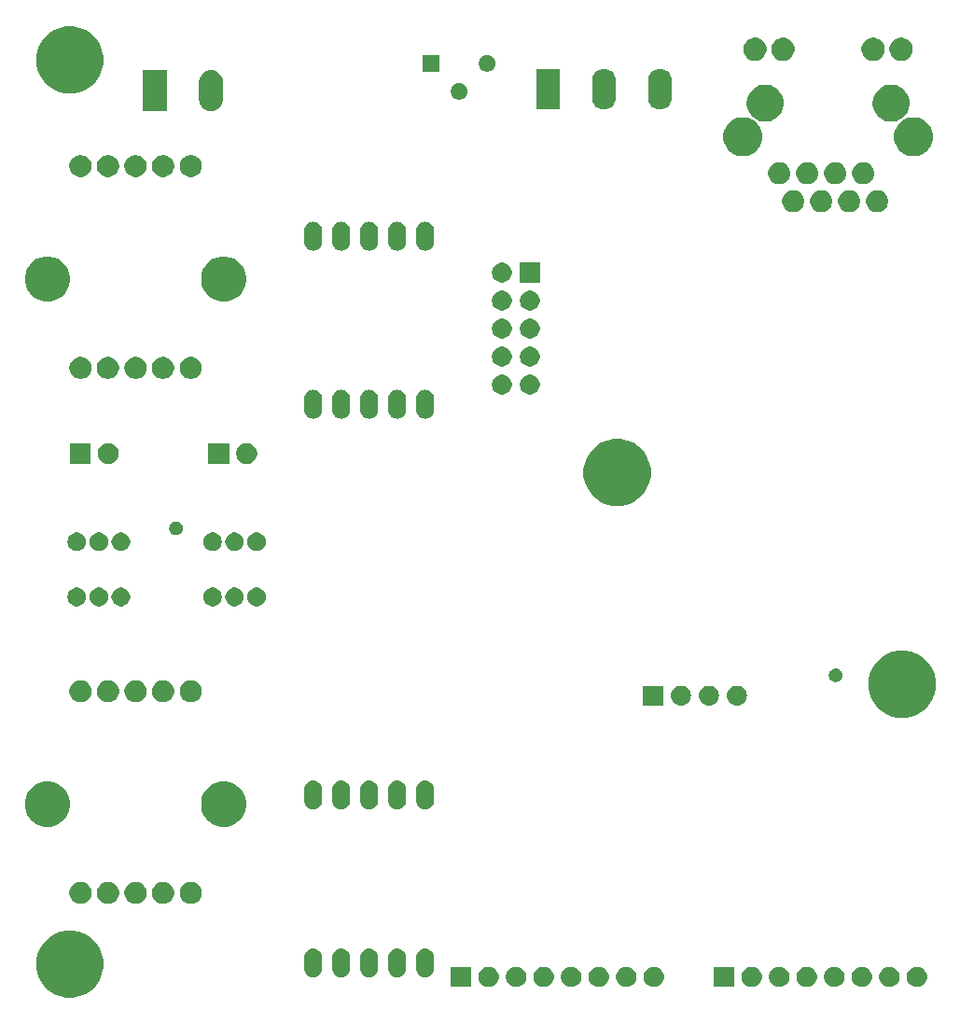
<source format=gbr>
%TF.GenerationSoftware,KiCad,Pcbnew,(5.1.4)-1*%
%TF.CreationDate,2019-11-01T19:47:46+08:00*%
%TF.ProjectId,AntennaSwitch_6x2,416e7465-6e6e-4615-9377-697463685f36,rev?*%
%TF.SameCoordinates,Original*%
%TF.FileFunction,Soldermask,Bot*%
%TF.FilePolarity,Negative*%
%FSLAX46Y46*%
G04 Gerber Fmt 4.6, Leading zero omitted, Abs format (unit mm)*
G04 Created by KiCad (PCBNEW (5.1.4)-1) date 2019-11-01 19:47:46*
%MOMM*%
%LPD*%
G04 APERTURE LIST*
%ADD10C,0.350000*%
G04 APERTURE END LIST*
D10*
G36*
X54889944Y-133066248D02*
G01*
X55445191Y-133296239D01*
X55944900Y-133630134D01*
X56369866Y-134055100D01*
X56703761Y-134554809D01*
X56933752Y-135110056D01*
X57051000Y-135699503D01*
X57051000Y-136300497D01*
X56933752Y-136889944D01*
X56703761Y-137445191D01*
X56369866Y-137944900D01*
X55944900Y-138369866D01*
X55445191Y-138703761D01*
X54889944Y-138933752D01*
X54300497Y-139051000D01*
X53699503Y-139051000D01*
X53110056Y-138933752D01*
X52554809Y-138703761D01*
X52055100Y-138369866D01*
X51630134Y-137944900D01*
X51296239Y-137445191D01*
X51066248Y-136889944D01*
X50949000Y-136300497D01*
X50949000Y-135699503D01*
X51066248Y-135110056D01*
X51296239Y-134554809D01*
X51630134Y-134055100D01*
X52055100Y-133630134D01*
X52554809Y-133296239D01*
X53110056Y-133066248D01*
X53699503Y-132949000D01*
X54300497Y-132949000D01*
X54889944Y-133066248D01*
X54889944Y-133066248D01*
G37*
G36*
X107274104Y-136269585D02*
G01*
X107442626Y-136339389D01*
X107594291Y-136440728D01*
X107723272Y-136569709D01*
X107824611Y-136721374D01*
X107894415Y-136889896D01*
X107930000Y-137068797D01*
X107930000Y-137251203D01*
X107894415Y-137430104D01*
X107824611Y-137598626D01*
X107723272Y-137750291D01*
X107594291Y-137879272D01*
X107442626Y-137980611D01*
X107274104Y-138050415D01*
X107095203Y-138086000D01*
X106912797Y-138086000D01*
X106733896Y-138050415D01*
X106565374Y-137980611D01*
X106413709Y-137879272D01*
X106284728Y-137750291D01*
X106183389Y-137598626D01*
X106113585Y-137430104D01*
X106078000Y-137251203D01*
X106078000Y-137068797D01*
X106113585Y-136889896D01*
X106183389Y-136721374D01*
X106284728Y-136569709D01*
X106413709Y-136440728D01*
X106565374Y-136339389D01*
X106733896Y-136269585D01*
X106912797Y-136234000D01*
X107095203Y-136234000D01*
X107274104Y-136269585D01*
X107274104Y-136269585D01*
G37*
G36*
X114306000Y-138086000D02*
G01*
X112454000Y-138086000D01*
X112454000Y-136234000D01*
X114306000Y-136234000D01*
X114306000Y-138086000D01*
X114306000Y-138086000D01*
G37*
G36*
X116150104Y-136269585D02*
G01*
X116318626Y-136339389D01*
X116470291Y-136440728D01*
X116599272Y-136569709D01*
X116700611Y-136721374D01*
X116770415Y-136889896D01*
X116806000Y-137068797D01*
X116806000Y-137251203D01*
X116770415Y-137430104D01*
X116700611Y-137598626D01*
X116599272Y-137750291D01*
X116470291Y-137879272D01*
X116318626Y-137980611D01*
X116150104Y-138050415D01*
X115971203Y-138086000D01*
X115788797Y-138086000D01*
X115609896Y-138050415D01*
X115441374Y-137980611D01*
X115289709Y-137879272D01*
X115160728Y-137750291D01*
X115059389Y-137598626D01*
X114989585Y-137430104D01*
X114954000Y-137251203D01*
X114954000Y-137068797D01*
X114989585Y-136889896D01*
X115059389Y-136721374D01*
X115160728Y-136569709D01*
X115289709Y-136440728D01*
X115441374Y-136339389D01*
X115609896Y-136269585D01*
X115788797Y-136234000D01*
X115971203Y-136234000D01*
X116150104Y-136269585D01*
X116150104Y-136269585D01*
G37*
G36*
X118650104Y-136269585D02*
G01*
X118818626Y-136339389D01*
X118970291Y-136440728D01*
X119099272Y-136569709D01*
X119200611Y-136721374D01*
X119270415Y-136889896D01*
X119306000Y-137068797D01*
X119306000Y-137251203D01*
X119270415Y-137430104D01*
X119200611Y-137598626D01*
X119099272Y-137750291D01*
X118970291Y-137879272D01*
X118818626Y-137980611D01*
X118650104Y-138050415D01*
X118471203Y-138086000D01*
X118288797Y-138086000D01*
X118109896Y-138050415D01*
X117941374Y-137980611D01*
X117789709Y-137879272D01*
X117660728Y-137750291D01*
X117559389Y-137598626D01*
X117489585Y-137430104D01*
X117454000Y-137251203D01*
X117454000Y-137068797D01*
X117489585Y-136889896D01*
X117559389Y-136721374D01*
X117660728Y-136569709D01*
X117789709Y-136440728D01*
X117941374Y-136339389D01*
X118109896Y-136269585D01*
X118288797Y-136234000D01*
X118471203Y-136234000D01*
X118650104Y-136269585D01*
X118650104Y-136269585D01*
G37*
G36*
X121150104Y-136269585D02*
G01*
X121318626Y-136339389D01*
X121470291Y-136440728D01*
X121599272Y-136569709D01*
X121700611Y-136721374D01*
X121770415Y-136889896D01*
X121806000Y-137068797D01*
X121806000Y-137251203D01*
X121770415Y-137430104D01*
X121700611Y-137598626D01*
X121599272Y-137750291D01*
X121470291Y-137879272D01*
X121318626Y-137980611D01*
X121150104Y-138050415D01*
X120971203Y-138086000D01*
X120788797Y-138086000D01*
X120609896Y-138050415D01*
X120441374Y-137980611D01*
X120289709Y-137879272D01*
X120160728Y-137750291D01*
X120059389Y-137598626D01*
X119989585Y-137430104D01*
X119954000Y-137251203D01*
X119954000Y-137068797D01*
X119989585Y-136889896D01*
X120059389Y-136721374D01*
X120160728Y-136569709D01*
X120289709Y-136440728D01*
X120441374Y-136339389D01*
X120609896Y-136269585D01*
X120788797Y-136234000D01*
X120971203Y-136234000D01*
X121150104Y-136269585D01*
X121150104Y-136269585D01*
G37*
G36*
X123650104Y-136269585D02*
G01*
X123818626Y-136339389D01*
X123970291Y-136440728D01*
X124099272Y-136569709D01*
X124200611Y-136721374D01*
X124270415Y-136889896D01*
X124306000Y-137068797D01*
X124306000Y-137251203D01*
X124270415Y-137430104D01*
X124200611Y-137598626D01*
X124099272Y-137750291D01*
X123970291Y-137879272D01*
X123818626Y-137980611D01*
X123650104Y-138050415D01*
X123471203Y-138086000D01*
X123288797Y-138086000D01*
X123109896Y-138050415D01*
X122941374Y-137980611D01*
X122789709Y-137879272D01*
X122660728Y-137750291D01*
X122559389Y-137598626D01*
X122489585Y-137430104D01*
X122454000Y-137251203D01*
X122454000Y-137068797D01*
X122489585Y-136889896D01*
X122559389Y-136721374D01*
X122660728Y-136569709D01*
X122789709Y-136440728D01*
X122941374Y-136339389D01*
X123109896Y-136269585D01*
X123288797Y-136234000D01*
X123471203Y-136234000D01*
X123650104Y-136269585D01*
X123650104Y-136269585D01*
G37*
G36*
X126150104Y-136269585D02*
G01*
X126318626Y-136339389D01*
X126470291Y-136440728D01*
X126599272Y-136569709D01*
X126700611Y-136721374D01*
X126770415Y-136889896D01*
X126806000Y-137068797D01*
X126806000Y-137251203D01*
X126770415Y-137430104D01*
X126700611Y-137598626D01*
X126599272Y-137750291D01*
X126470291Y-137879272D01*
X126318626Y-137980611D01*
X126150104Y-138050415D01*
X125971203Y-138086000D01*
X125788797Y-138086000D01*
X125609896Y-138050415D01*
X125441374Y-137980611D01*
X125289709Y-137879272D01*
X125160728Y-137750291D01*
X125059389Y-137598626D01*
X124989585Y-137430104D01*
X124954000Y-137251203D01*
X124954000Y-137068797D01*
X124989585Y-136889896D01*
X125059389Y-136721374D01*
X125160728Y-136569709D01*
X125289709Y-136440728D01*
X125441374Y-136339389D01*
X125609896Y-136269585D01*
X125788797Y-136234000D01*
X125971203Y-136234000D01*
X126150104Y-136269585D01*
X126150104Y-136269585D01*
G37*
G36*
X128650104Y-136269585D02*
G01*
X128818626Y-136339389D01*
X128970291Y-136440728D01*
X129099272Y-136569709D01*
X129200611Y-136721374D01*
X129270415Y-136889896D01*
X129306000Y-137068797D01*
X129306000Y-137251203D01*
X129270415Y-137430104D01*
X129200611Y-137598626D01*
X129099272Y-137750291D01*
X128970291Y-137879272D01*
X128818626Y-137980611D01*
X128650104Y-138050415D01*
X128471203Y-138086000D01*
X128288797Y-138086000D01*
X128109896Y-138050415D01*
X127941374Y-137980611D01*
X127789709Y-137879272D01*
X127660728Y-137750291D01*
X127559389Y-137598626D01*
X127489585Y-137430104D01*
X127454000Y-137251203D01*
X127454000Y-137068797D01*
X127489585Y-136889896D01*
X127559389Y-136721374D01*
X127660728Y-136569709D01*
X127789709Y-136440728D01*
X127941374Y-136339389D01*
X128109896Y-136269585D01*
X128288797Y-136234000D01*
X128471203Y-136234000D01*
X128650104Y-136269585D01*
X128650104Y-136269585D01*
G37*
G36*
X92274104Y-136269585D02*
G01*
X92442626Y-136339389D01*
X92594291Y-136440728D01*
X92723272Y-136569709D01*
X92824611Y-136721374D01*
X92894415Y-136889896D01*
X92930000Y-137068797D01*
X92930000Y-137251203D01*
X92894415Y-137430104D01*
X92824611Y-137598626D01*
X92723272Y-137750291D01*
X92594291Y-137879272D01*
X92442626Y-137980611D01*
X92274104Y-138050415D01*
X92095203Y-138086000D01*
X91912797Y-138086000D01*
X91733896Y-138050415D01*
X91565374Y-137980611D01*
X91413709Y-137879272D01*
X91284728Y-137750291D01*
X91183389Y-137598626D01*
X91113585Y-137430104D01*
X91078000Y-137251203D01*
X91078000Y-137068797D01*
X91113585Y-136889896D01*
X91183389Y-136721374D01*
X91284728Y-136569709D01*
X91413709Y-136440728D01*
X91565374Y-136339389D01*
X91733896Y-136269585D01*
X91912797Y-136234000D01*
X92095203Y-136234000D01*
X92274104Y-136269585D01*
X92274104Y-136269585D01*
G37*
G36*
X94774104Y-136269585D02*
G01*
X94942626Y-136339389D01*
X95094291Y-136440728D01*
X95223272Y-136569709D01*
X95324611Y-136721374D01*
X95394415Y-136889896D01*
X95430000Y-137068797D01*
X95430000Y-137251203D01*
X95394415Y-137430104D01*
X95324611Y-137598626D01*
X95223272Y-137750291D01*
X95094291Y-137879272D01*
X94942626Y-137980611D01*
X94774104Y-138050415D01*
X94595203Y-138086000D01*
X94412797Y-138086000D01*
X94233896Y-138050415D01*
X94065374Y-137980611D01*
X93913709Y-137879272D01*
X93784728Y-137750291D01*
X93683389Y-137598626D01*
X93613585Y-137430104D01*
X93578000Y-137251203D01*
X93578000Y-137068797D01*
X93613585Y-136889896D01*
X93683389Y-136721374D01*
X93784728Y-136569709D01*
X93913709Y-136440728D01*
X94065374Y-136339389D01*
X94233896Y-136269585D01*
X94412797Y-136234000D01*
X94595203Y-136234000D01*
X94774104Y-136269585D01*
X94774104Y-136269585D01*
G37*
G36*
X97274104Y-136269585D02*
G01*
X97442626Y-136339389D01*
X97594291Y-136440728D01*
X97723272Y-136569709D01*
X97824611Y-136721374D01*
X97894415Y-136889896D01*
X97930000Y-137068797D01*
X97930000Y-137251203D01*
X97894415Y-137430104D01*
X97824611Y-137598626D01*
X97723272Y-137750291D01*
X97594291Y-137879272D01*
X97442626Y-137980611D01*
X97274104Y-138050415D01*
X97095203Y-138086000D01*
X96912797Y-138086000D01*
X96733896Y-138050415D01*
X96565374Y-137980611D01*
X96413709Y-137879272D01*
X96284728Y-137750291D01*
X96183389Y-137598626D01*
X96113585Y-137430104D01*
X96078000Y-137251203D01*
X96078000Y-137068797D01*
X96113585Y-136889896D01*
X96183389Y-136721374D01*
X96284728Y-136569709D01*
X96413709Y-136440728D01*
X96565374Y-136339389D01*
X96733896Y-136269585D01*
X96912797Y-136234000D01*
X97095203Y-136234000D01*
X97274104Y-136269585D01*
X97274104Y-136269585D01*
G37*
G36*
X99774104Y-136269585D02*
G01*
X99942626Y-136339389D01*
X100094291Y-136440728D01*
X100223272Y-136569709D01*
X100324611Y-136721374D01*
X100394415Y-136889896D01*
X100430000Y-137068797D01*
X100430000Y-137251203D01*
X100394415Y-137430104D01*
X100324611Y-137598626D01*
X100223272Y-137750291D01*
X100094291Y-137879272D01*
X99942626Y-137980611D01*
X99774104Y-138050415D01*
X99595203Y-138086000D01*
X99412797Y-138086000D01*
X99233896Y-138050415D01*
X99065374Y-137980611D01*
X98913709Y-137879272D01*
X98784728Y-137750291D01*
X98683389Y-137598626D01*
X98613585Y-137430104D01*
X98578000Y-137251203D01*
X98578000Y-137068797D01*
X98613585Y-136889896D01*
X98683389Y-136721374D01*
X98784728Y-136569709D01*
X98913709Y-136440728D01*
X99065374Y-136339389D01*
X99233896Y-136269585D01*
X99412797Y-136234000D01*
X99595203Y-136234000D01*
X99774104Y-136269585D01*
X99774104Y-136269585D01*
G37*
G36*
X102274104Y-136269585D02*
G01*
X102442626Y-136339389D01*
X102594291Y-136440728D01*
X102723272Y-136569709D01*
X102824611Y-136721374D01*
X102894415Y-136889896D01*
X102930000Y-137068797D01*
X102930000Y-137251203D01*
X102894415Y-137430104D01*
X102824611Y-137598626D01*
X102723272Y-137750291D01*
X102594291Y-137879272D01*
X102442626Y-137980611D01*
X102274104Y-138050415D01*
X102095203Y-138086000D01*
X101912797Y-138086000D01*
X101733896Y-138050415D01*
X101565374Y-137980611D01*
X101413709Y-137879272D01*
X101284728Y-137750291D01*
X101183389Y-137598626D01*
X101113585Y-137430104D01*
X101078000Y-137251203D01*
X101078000Y-137068797D01*
X101113585Y-136889896D01*
X101183389Y-136721374D01*
X101284728Y-136569709D01*
X101413709Y-136440728D01*
X101565374Y-136339389D01*
X101733896Y-136269585D01*
X101912797Y-136234000D01*
X102095203Y-136234000D01*
X102274104Y-136269585D01*
X102274104Y-136269585D01*
G37*
G36*
X104774104Y-136269585D02*
G01*
X104942626Y-136339389D01*
X105094291Y-136440728D01*
X105223272Y-136569709D01*
X105324611Y-136721374D01*
X105394415Y-136889896D01*
X105430000Y-137068797D01*
X105430000Y-137251203D01*
X105394415Y-137430104D01*
X105324611Y-137598626D01*
X105223272Y-137750291D01*
X105094291Y-137879272D01*
X104942626Y-137980611D01*
X104774104Y-138050415D01*
X104595203Y-138086000D01*
X104412797Y-138086000D01*
X104233896Y-138050415D01*
X104065374Y-137980611D01*
X103913709Y-137879272D01*
X103784728Y-137750291D01*
X103683389Y-137598626D01*
X103613585Y-137430104D01*
X103578000Y-137251203D01*
X103578000Y-137068797D01*
X103613585Y-136889896D01*
X103683389Y-136721374D01*
X103784728Y-136569709D01*
X103913709Y-136440728D01*
X104065374Y-136339389D01*
X104233896Y-136269585D01*
X104412797Y-136234000D01*
X104595203Y-136234000D01*
X104774104Y-136269585D01*
X104774104Y-136269585D01*
G37*
G36*
X131150104Y-136269585D02*
G01*
X131318626Y-136339389D01*
X131470291Y-136440728D01*
X131599272Y-136569709D01*
X131700611Y-136721374D01*
X131770415Y-136889896D01*
X131806000Y-137068797D01*
X131806000Y-137251203D01*
X131770415Y-137430104D01*
X131700611Y-137598626D01*
X131599272Y-137750291D01*
X131470291Y-137879272D01*
X131318626Y-137980611D01*
X131150104Y-138050415D01*
X130971203Y-138086000D01*
X130788797Y-138086000D01*
X130609896Y-138050415D01*
X130441374Y-137980611D01*
X130289709Y-137879272D01*
X130160728Y-137750291D01*
X130059389Y-137598626D01*
X129989585Y-137430104D01*
X129954000Y-137251203D01*
X129954000Y-137068797D01*
X129989585Y-136889896D01*
X130059389Y-136721374D01*
X130160728Y-136569709D01*
X130289709Y-136440728D01*
X130441374Y-136339389D01*
X130609896Y-136269585D01*
X130788797Y-136234000D01*
X130971203Y-136234000D01*
X131150104Y-136269585D01*
X131150104Y-136269585D01*
G37*
G36*
X90430000Y-138086000D02*
G01*
X88578000Y-138086000D01*
X88578000Y-136234000D01*
X90430000Y-136234000D01*
X90430000Y-138086000D01*
X90430000Y-138086000D01*
G37*
G36*
X76248375Y-134588764D02*
G01*
X76248378Y-134588765D01*
X76248379Y-134588765D01*
X76311662Y-134607962D01*
X76401626Y-134635252D01*
X76453139Y-134662786D01*
X76542861Y-134710743D01*
X76666659Y-134812341D01*
X76768257Y-134936138D01*
X76816214Y-135025860D01*
X76843748Y-135077373D01*
X76853662Y-135110056D01*
X76884639Y-135212171D01*
X76890236Y-135230624D01*
X76902000Y-135350067D01*
X76902000Y-136429933D01*
X76890236Y-136549376D01*
X76843748Y-136702627D01*
X76833727Y-136721374D01*
X76768257Y-136843862D01*
X76666659Y-136967659D01*
X76542862Y-137069257D01*
X76453140Y-137117214D01*
X76401627Y-137144748D01*
X76311663Y-137172038D01*
X76248380Y-137191235D01*
X76248379Y-137191235D01*
X76248376Y-137191236D01*
X76089000Y-137206933D01*
X75929625Y-137191236D01*
X75929622Y-137191235D01*
X75929621Y-137191235D01*
X75866338Y-137172038D01*
X75776374Y-137144748D01*
X75724861Y-137117214D01*
X75635139Y-137069257D01*
X75511342Y-136967659D01*
X75409744Y-136843862D01*
X75344274Y-136721374D01*
X75334253Y-136702627D01*
X75287765Y-136549376D01*
X75276001Y-136429933D01*
X75276000Y-135350068D01*
X75287764Y-135230625D01*
X75287766Y-135230620D01*
X75334252Y-135077375D01*
X75334252Y-135077374D01*
X75361786Y-135025861D01*
X75409743Y-134936139D01*
X75511341Y-134812341D01*
X75635138Y-134710743D01*
X75724860Y-134662786D01*
X75776373Y-134635252D01*
X75866337Y-134607962D01*
X75929620Y-134588765D01*
X75929621Y-134588765D01*
X75929624Y-134588764D01*
X76089000Y-134573067D01*
X76248375Y-134588764D01*
X76248375Y-134588764D01*
G37*
G36*
X83868375Y-134588764D02*
G01*
X83868378Y-134588765D01*
X83868379Y-134588765D01*
X83931662Y-134607962D01*
X84021626Y-134635252D01*
X84073139Y-134662786D01*
X84162861Y-134710743D01*
X84286659Y-134812341D01*
X84388257Y-134936138D01*
X84436214Y-135025860D01*
X84463748Y-135077373D01*
X84473662Y-135110056D01*
X84504639Y-135212171D01*
X84510236Y-135230624D01*
X84522000Y-135350067D01*
X84522000Y-136429933D01*
X84510236Y-136549376D01*
X84463748Y-136702627D01*
X84453727Y-136721374D01*
X84388257Y-136843862D01*
X84286659Y-136967659D01*
X84162862Y-137069257D01*
X84073140Y-137117214D01*
X84021627Y-137144748D01*
X83931663Y-137172038D01*
X83868380Y-137191235D01*
X83868379Y-137191235D01*
X83868376Y-137191236D01*
X83709000Y-137206933D01*
X83549625Y-137191236D01*
X83549622Y-137191235D01*
X83549621Y-137191235D01*
X83486338Y-137172038D01*
X83396374Y-137144748D01*
X83344861Y-137117214D01*
X83255139Y-137069257D01*
X83131342Y-136967659D01*
X83029744Y-136843862D01*
X82964274Y-136721374D01*
X82954253Y-136702627D01*
X82907765Y-136549376D01*
X82896001Y-136429933D01*
X82896000Y-135350068D01*
X82907764Y-135230625D01*
X82907766Y-135230620D01*
X82954252Y-135077375D01*
X82954252Y-135077374D01*
X82981786Y-135025861D01*
X83029743Y-134936139D01*
X83131341Y-134812341D01*
X83255138Y-134710743D01*
X83344860Y-134662786D01*
X83396373Y-134635252D01*
X83486337Y-134607962D01*
X83549620Y-134588765D01*
X83549621Y-134588765D01*
X83549624Y-134588764D01*
X83709000Y-134573067D01*
X83868375Y-134588764D01*
X83868375Y-134588764D01*
G37*
G36*
X86408375Y-134588764D02*
G01*
X86408378Y-134588765D01*
X86408379Y-134588765D01*
X86471662Y-134607962D01*
X86561626Y-134635252D01*
X86613139Y-134662786D01*
X86702861Y-134710743D01*
X86826659Y-134812341D01*
X86928257Y-134936138D01*
X86976214Y-135025860D01*
X87003748Y-135077373D01*
X87013662Y-135110056D01*
X87044639Y-135212171D01*
X87050236Y-135230624D01*
X87062000Y-135350067D01*
X87062000Y-136429933D01*
X87050236Y-136549376D01*
X87003748Y-136702627D01*
X86993727Y-136721374D01*
X86928257Y-136843862D01*
X86826659Y-136967659D01*
X86702862Y-137069257D01*
X86613140Y-137117214D01*
X86561627Y-137144748D01*
X86471663Y-137172038D01*
X86408380Y-137191235D01*
X86408379Y-137191235D01*
X86408376Y-137191236D01*
X86249000Y-137206933D01*
X86089625Y-137191236D01*
X86089622Y-137191235D01*
X86089621Y-137191235D01*
X86026338Y-137172038D01*
X85936374Y-137144748D01*
X85884861Y-137117214D01*
X85795139Y-137069257D01*
X85671342Y-136967659D01*
X85569744Y-136843862D01*
X85504274Y-136721374D01*
X85494253Y-136702627D01*
X85447765Y-136549376D01*
X85436001Y-136429933D01*
X85436000Y-135350068D01*
X85447764Y-135230625D01*
X85447766Y-135230620D01*
X85494252Y-135077375D01*
X85494252Y-135077374D01*
X85521786Y-135025861D01*
X85569743Y-134936139D01*
X85671341Y-134812341D01*
X85795138Y-134710743D01*
X85884860Y-134662786D01*
X85936373Y-134635252D01*
X86026337Y-134607962D01*
X86089620Y-134588765D01*
X86089621Y-134588765D01*
X86089624Y-134588764D01*
X86249000Y-134573067D01*
X86408375Y-134588764D01*
X86408375Y-134588764D01*
G37*
G36*
X81328375Y-134588764D02*
G01*
X81328378Y-134588765D01*
X81328379Y-134588765D01*
X81391662Y-134607962D01*
X81481626Y-134635252D01*
X81533139Y-134662786D01*
X81622861Y-134710743D01*
X81746659Y-134812341D01*
X81848257Y-134936138D01*
X81896214Y-135025860D01*
X81923748Y-135077373D01*
X81933662Y-135110056D01*
X81964639Y-135212171D01*
X81970236Y-135230624D01*
X81982000Y-135350067D01*
X81982000Y-136429933D01*
X81970236Y-136549376D01*
X81923748Y-136702627D01*
X81913727Y-136721374D01*
X81848257Y-136843862D01*
X81746659Y-136967659D01*
X81622862Y-137069257D01*
X81533140Y-137117214D01*
X81481627Y-137144748D01*
X81391663Y-137172038D01*
X81328380Y-137191235D01*
X81328379Y-137191235D01*
X81328376Y-137191236D01*
X81169000Y-137206933D01*
X81009625Y-137191236D01*
X81009622Y-137191235D01*
X81009621Y-137191235D01*
X80946338Y-137172038D01*
X80856374Y-137144748D01*
X80804861Y-137117214D01*
X80715139Y-137069257D01*
X80591342Y-136967659D01*
X80489744Y-136843862D01*
X80424274Y-136721374D01*
X80414253Y-136702627D01*
X80367765Y-136549376D01*
X80356001Y-136429933D01*
X80356000Y-135350068D01*
X80367764Y-135230625D01*
X80367766Y-135230620D01*
X80414252Y-135077375D01*
X80414252Y-135077374D01*
X80441786Y-135025861D01*
X80489743Y-134936139D01*
X80591341Y-134812341D01*
X80715138Y-134710743D01*
X80804860Y-134662786D01*
X80856373Y-134635252D01*
X80946337Y-134607962D01*
X81009620Y-134588765D01*
X81009621Y-134588765D01*
X81009624Y-134588764D01*
X81169000Y-134573067D01*
X81328375Y-134588764D01*
X81328375Y-134588764D01*
G37*
G36*
X78788375Y-134588764D02*
G01*
X78788378Y-134588765D01*
X78788379Y-134588765D01*
X78851662Y-134607962D01*
X78941626Y-134635252D01*
X78993139Y-134662786D01*
X79082861Y-134710743D01*
X79206659Y-134812341D01*
X79308257Y-134936138D01*
X79356214Y-135025860D01*
X79383748Y-135077373D01*
X79393662Y-135110056D01*
X79424639Y-135212171D01*
X79430236Y-135230624D01*
X79442000Y-135350067D01*
X79442000Y-136429933D01*
X79430236Y-136549376D01*
X79383748Y-136702627D01*
X79373727Y-136721374D01*
X79308257Y-136843862D01*
X79206659Y-136967659D01*
X79082862Y-137069257D01*
X78993140Y-137117214D01*
X78941627Y-137144748D01*
X78851663Y-137172038D01*
X78788380Y-137191235D01*
X78788379Y-137191235D01*
X78788376Y-137191236D01*
X78629000Y-137206933D01*
X78469625Y-137191236D01*
X78469622Y-137191235D01*
X78469621Y-137191235D01*
X78406338Y-137172038D01*
X78316374Y-137144748D01*
X78264861Y-137117214D01*
X78175139Y-137069257D01*
X78051342Y-136967659D01*
X77949744Y-136843862D01*
X77884274Y-136721374D01*
X77874253Y-136702627D01*
X77827765Y-136549376D01*
X77816001Y-136429933D01*
X77816000Y-135350068D01*
X77827764Y-135230625D01*
X77827766Y-135230620D01*
X77874252Y-135077375D01*
X77874252Y-135077374D01*
X77901786Y-135025861D01*
X77949743Y-134936139D01*
X78051341Y-134812341D01*
X78175138Y-134710743D01*
X78264860Y-134662786D01*
X78316373Y-134635252D01*
X78406337Y-134607962D01*
X78469620Y-134588765D01*
X78469621Y-134588765D01*
X78469624Y-134588764D01*
X78629000Y-134573067D01*
X78788375Y-134588764D01*
X78788375Y-134588764D01*
G37*
G36*
X60267981Y-128583468D02*
G01*
X60450152Y-128658925D01*
X60614101Y-128768473D01*
X60753527Y-128907899D01*
X60863075Y-129071848D01*
X60938532Y-129254019D01*
X60977000Y-129447411D01*
X60977000Y-129644589D01*
X60938532Y-129837981D01*
X60863075Y-130020152D01*
X60753527Y-130184101D01*
X60614101Y-130323527D01*
X60450152Y-130433075D01*
X60267981Y-130508532D01*
X60074590Y-130547000D01*
X59877410Y-130547000D01*
X59684019Y-130508532D01*
X59501848Y-130433075D01*
X59337899Y-130323527D01*
X59198473Y-130184101D01*
X59088925Y-130020152D01*
X59013468Y-129837981D01*
X58975000Y-129644589D01*
X58975000Y-129447411D01*
X59013468Y-129254019D01*
X59088925Y-129071848D01*
X59198473Y-128907899D01*
X59337899Y-128768473D01*
X59501848Y-128658925D01*
X59684019Y-128583468D01*
X59877410Y-128545000D01*
X60074590Y-128545000D01*
X60267981Y-128583468D01*
X60267981Y-128583468D01*
G37*
G36*
X65267981Y-128583468D02*
G01*
X65450152Y-128658925D01*
X65614101Y-128768473D01*
X65753527Y-128907899D01*
X65863075Y-129071848D01*
X65938532Y-129254019D01*
X65977000Y-129447411D01*
X65977000Y-129644589D01*
X65938532Y-129837981D01*
X65863075Y-130020152D01*
X65753527Y-130184101D01*
X65614101Y-130323527D01*
X65450152Y-130433075D01*
X65267981Y-130508532D01*
X65074590Y-130547000D01*
X64877410Y-130547000D01*
X64684019Y-130508532D01*
X64501848Y-130433075D01*
X64337899Y-130323527D01*
X64198473Y-130184101D01*
X64088925Y-130020152D01*
X64013468Y-129837981D01*
X63975000Y-129644589D01*
X63975000Y-129447411D01*
X64013468Y-129254019D01*
X64088925Y-129071848D01*
X64198473Y-128907899D01*
X64337899Y-128768473D01*
X64501848Y-128658925D01*
X64684019Y-128583468D01*
X64877410Y-128545000D01*
X65074590Y-128545000D01*
X65267981Y-128583468D01*
X65267981Y-128583468D01*
G37*
G36*
X55267981Y-128583468D02*
G01*
X55450152Y-128658925D01*
X55614101Y-128768473D01*
X55753527Y-128907899D01*
X55863075Y-129071848D01*
X55938532Y-129254019D01*
X55977000Y-129447411D01*
X55977000Y-129644589D01*
X55938532Y-129837981D01*
X55863075Y-130020152D01*
X55753527Y-130184101D01*
X55614101Y-130323527D01*
X55450152Y-130433075D01*
X55267981Y-130508532D01*
X55074590Y-130547000D01*
X54877410Y-130547000D01*
X54684019Y-130508532D01*
X54501848Y-130433075D01*
X54337899Y-130323527D01*
X54198473Y-130184101D01*
X54088925Y-130020152D01*
X54013468Y-129837981D01*
X53975000Y-129644589D01*
X53975000Y-129447411D01*
X54013468Y-129254019D01*
X54088925Y-129071848D01*
X54198473Y-128907899D01*
X54337899Y-128768473D01*
X54501848Y-128658925D01*
X54684019Y-128583468D01*
X54877410Y-128545000D01*
X55074590Y-128545000D01*
X55267981Y-128583468D01*
X55267981Y-128583468D01*
G37*
G36*
X57767981Y-128583468D02*
G01*
X57950152Y-128658925D01*
X58114101Y-128768473D01*
X58253527Y-128907899D01*
X58363075Y-129071848D01*
X58438532Y-129254019D01*
X58477000Y-129447411D01*
X58477000Y-129644589D01*
X58438532Y-129837981D01*
X58363075Y-130020152D01*
X58253527Y-130184101D01*
X58114101Y-130323527D01*
X57950152Y-130433075D01*
X57767981Y-130508532D01*
X57574590Y-130547000D01*
X57377410Y-130547000D01*
X57184019Y-130508532D01*
X57001848Y-130433075D01*
X56837899Y-130323527D01*
X56698473Y-130184101D01*
X56588925Y-130020152D01*
X56513468Y-129837981D01*
X56475000Y-129644589D01*
X56475000Y-129447411D01*
X56513468Y-129254019D01*
X56588925Y-129071848D01*
X56698473Y-128907899D01*
X56837899Y-128768473D01*
X57001848Y-128658925D01*
X57184019Y-128583468D01*
X57377410Y-128545000D01*
X57574590Y-128545000D01*
X57767981Y-128583468D01*
X57767981Y-128583468D01*
G37*
G36*
X62767981Y-128583468D02*
G01*
X62950152Y-128658925D01*
X63114101Y-128768473D01*
X63253527Y-128907899D01*
X63363075Y-129071848D01*
X63438532Y-129254019D01*
X63477000Y-129447411D01*
X63477000Y-129644589D01*
X63438532Y-129837981D01*
X63363075Y-130020152D01*
X63253527Y-130184101D01*
X63114101Y-130323527D01*
X62950152Y-130433075D01*
X62767981Y-130508532D01*
X62574590Y-130547000D01*
X62377410Y-130547000D01*
X62184019Y-130508532D01*
X62001848Y-130433075D01*
X61837899Y-130323527D01*
X61698473Y-130184101D01*
X61588925Y-130020152D01*
X61513468Y-129837981D01*
X61475000Y-129644589D01*
X61475000Y-129447411D01*
X61513468Y-129254019D01*
X61588925Y-129071848D01*
X61698473Y-128907899D01*
X61837899Y-128768473D01*
X62001848Y-128658925D01*
X62184019Y-128583468D01*
X62377410Y-128545000D01*
X62574590Y-128545000D01*
X62767981Y-128583468D01*
X62767981Y-128583468D01*
G37*
G36*
X68574255Y-119523819D02*
G01*
X68947513Y-119678427D01*
X69283436Y-119902884D01*
X69569116Y-120188564D01*
X69793573Y-120524487D01*
X69948181Y-120897745D01*
X70027000Y-121293994D01*
X70027000Y-121698006D01*
X69948181Y-122094255D01*
X69793573Y-122467513D01*
X69569116Y-122803436D01*
X69283436Y-123089116D01*
X68947513Y-123313573D01*
X68574255Y-123468181D01*
X68178006Y-123547000D01*
X67773994Y-123547000D01*
X67377745Y-123468181D01*
X67004487Y-123313573D01*
X66668564Y-123089116D01*
X66382884Y-122803436D01*
X66158427Y-122467513D01*
X66003819Y-122094255D01*
X65925000Y-121698006D01*
X65925000Y-121293994D01*
X66003819Y-120897745D01*
X66158427Y-120524487D01*
X66382884Y-120188564D01*
X66668564Y-119902884D01*
X67004487Y-119678427D01*
X67377745Y-119523819D01*
X67773994Y-119445000D01*
X68178006Y-119445000D01*
X68574255Y-119523819D01*
X68574255Y-119523819D01*
G37*
G36*
X52574255Y-119523819D02*
G01*
X52947513Y-119678427D01*
X53283436Y-119902884D01*
X53569116Y-120188564D01*
X53793573Y-120524487D01*
X53948181Y-120897745D01*
X54027000Y-121293994D01*
X54027000Y-121698006D01*
X53948181Y-122094255D01*
X53793573Y-122467513D01*
X53569116Y-122803436D01*
X53283436Y-123089116D01*
X52947513Y-123313573D01*
X52574255Y-123468181D01*
X52178006Y-123547000D01*
X51773994Y-123547000D01*
X51377745Y-123468181D01*
X51004487Y-123313573D01*
X50668564Y-123089116D01*
X50382884Y-122803436D01*
X50158427Y-122467513D01*
X50003819Y-122094255D01*
X49925000Y-121698006D01*
X49925000Y-121293994D01*
X50003819Y-120897745D01*
X50158427Y-120524487D01*
X50382884Y-120188564D01*
X50668564Y-119902884D01*
X51004487Y-119678427D01*
X51377745Y-119523819D01*
X51773994Y-119445000D01*
X52178006Y-119445000D01*
X52574255Y-119523819D01*
X52574255Y-119523819D01*
G37*
G36*
X83868375Y-119348764D02*
G01*
X83868378Y-119348765D01*
X83868379Y-119348765D01*
X83931662Y-119367962D01*
X84021626Y-119395252D01*
X84073139Y-119422786D01*
X84162861Y-119470743D01*
X84286659Y-119572341D01*
X84388257Y-119696138D01*
X84436214Y-119785860D01*
X84463748Y-119837373D01*
X84510236Y-119990624D01*
X84522000Y-120110067D01*
X84522000Y-121189933D01*
X84510236Y-121309376D01*
X84463748Y-121462627D01*
X84436214Y-121514140D01*
X84388257Y-121603862D01*
X84286659Y-121727659D01*
X84162862Y-121829257D01*
X84073140Y-121877214D01*
X84021627Y-121904748D01*
X83931663Y-121932038D01*
X83868380Y-121951235D01*
X83868379Y-121951235D01*
X83868376Y-121951236D01*
X83709000Y-121966933D01*
X83549625Y-121951236D01*
X83549622Y-121951235D01*
X83549621Y-121951235D01*
X83486338Y-121932038D01*
X83396374Y-121904748D01*
X83344861Y-121877214D01*
X83255139Y-121829257D01*
X83131342Y-121727659D01*
X83029744Y-121603862D01*
X82981787Y-121514140D01*
X82954253Y-121462627D01*
X82907765Y-121309376D01*
X82896001Y-121189933D01*
X82896000Y-120110068D01*
X82907764Y-119990625D01*
X82907766Y-119990620D01*
X82954252Y-119837375D01*
X82954252Y-119837374D01*
X82981786Y-119785861D01*
X83029743Y-119696139D01*
X83131341Y-119572341D01*
X83255138Y-119470743D01*
X83344860Y-119422786D01*
X83396373Y-119395252D01*
X83486337Y-119367962D01*
X83549620Y-119348765D01*
X83549621Y-119348765D01*
X83549624Y-119348764D01*
X83709000Y-119333067D01*
X83868375Y-119348764D01*
X83868375Y-119348764D01*
G37*
G36*
X81328375Y-119348764D02*
G01*
X81328378Y-119348765D01*
X81328379Y-119348765D01*
X81391662Y-119367962D01*
X81481626Y-119395252D01*
X81533139Y-119422786D01*
X81622861Y-119470743D01*
X81746659Y-119572341D01*
X81848257Y-119696138D01*
X81896214Y-119785860D01*
X81923748Y-119837373D01*
X81970236Y-119990624D01*
X81982000Y-120110067D01*
X81982000Y-121189933D01*
X81970236Y-121309376D01*
X81923748Y-121462627D01*
X81896214Y-121514140D01*
X81848257Y-121603862D01*
X81746659Y-121727659D01*
X81622862Y-121829257D01*
X81533140Y-121877214D01*
X81481627Y-121904748D01*
X81391663Y-121932038D01*
X81328380Y-121951235D01*
X81328379Y-121951235D01*
X81328376Y-121951236D01*
X81169000Y-121966933D01*
X81009625Y-121951236D01*
X81009622Y-121951235D01*
X81009621Y-121951235D01*
X80946338Y-121932038D01*
X80856374Y-121904748D01*
X80804861Y-121877214D01*
X80715139Y-121829257D01*
X80591342Y-121727659D01*
X80489744Y-121603862D01*
X80441787Y-121514140D01*
X80414253Y-121462627D01*
X80367765Y-121309376D01*
X80356001Y-121189933D01*
X80356000Y-120110068D01*
X80367764Y-119990625D01*
X80367766Y-119990620D01*
X80414252Y-119837375D01*
X80414252Y-119837374D01*
X80441786Y-119785861D01*
X80489743Y-119696139D01*
X80591341Y-119572341D01*
X80715138Y-119470743D01*
X80804860Y-119422786D01*
X80856373Y-119395252D01*
X80946337Y-119367962D01*
X81009620Y-119348765D01*
X81009621Y-119348765D01*
X81009624Y-119348764D01*
X81169000Y-119333067D01*
X81328375Y-119348764D01*
X81328375Y-119348764D01*
G37*
G36*
X78788375Y-119348764D02*
G01*
X78788378Y-119348765D01*
X78788379Y-119348765D01*
X78851662Y-119367962D01*
X78941626Y-119395252D01*
X78993139Y-119422786D01*
X79082861Y-119470743D01*
X79206659Y-119572341D01*
X79308257Y-119696138D01*
X79356214Y-119785860D01*
X79383748Y-119837373D01*
X79430236Y-119990624D01*
X79442000Y-120110067D01*
X79442000Y-121189933D01*
X79430236Y-121309376D01*
X79383748Y-121462627D01*
X79356214Y-121514140D01*
X79308257Y-121603862D01*
X79206659Y-121727659D01*
X79082862Y-121829257D01*
X78993140Y-121877214D01*
X78941627Y-121904748D01*
X78851663Y-121932038D01*
X78788380Y-121951235D01*
X78788379Y-121951235D01*
X78788376Y-121951236D01*
X78629000Y-121966933D01*
X78469625Y-121951236D01*
X78469622Y-121951235D01*
X78469621Y-121951235D01*
X78406338Y-121932038D01*
X78316374Y-121904748D01*
X78264861Y-121877214D01*
X78175139Y-121829257D01*
X78051342Y-121727659D01*
X77949744Y-121603862D01*
X77901787Y-121514140D01*
X77874253Y-121462627D01*
X77827765Y-121309376D01*
X77816001Y-121189933D01*
X77816000Y-120110068D01*
X77827764Y-119990625D01*
X77827766Y-119990620D01*
X77874252Y-119837375D01*
X77874252Y-119837374D01*
X77901786Y-119785861D01*
X77949743Y-119696139D01*
X78051341Y-119572341D01*
X78175138Y-119470743D01*
X78264860Y-119422786D01*
X78316373Y-119395252D01*
X78406337Y-119367962D01*
X78469620Y-119348765D01*
X78469621Y-119348765D01*
X78469624Y-119348764D01*
X78629000Y-119333067D01*
X78788375Y-119348764D01*
X78788375Y-119348764D01*
G37*
G36*
X76248375Y-119348764D02*
G01*
X76248378Y-119348765D01*
X76248379Y-119348765D01*
X76311662Y-119367962D01*
X76401626Y-119395252D01*
X76453139Y-119422786D01*
X76542861Y-119470743D01*
X76666659Y-119572341D01*
X76768257Y-119696138D01*
X76816214Y-119785860D01*
X76843748Y-119837373D01*
X76890236Y-119990624D01*
X76902000Y-120110067D01*
X76902000Y-121189933D01*
X76890236Y-121309376D01*
X76843748Y-121462627D01*
X76816214Y-121514140D01*
X76768257Y-121603862D01*
X76666659Y-121727659D01*
X76542862Y-121829257D01*
X76453140Y-121877214D01*
X76401627Y-121904748D01*
X76311663Y-121932038D01*
X76248380Y-121951235D01*
X76248379Y-121951235D01*
X76248376Y-121951236D01*
X76089000Y-121966933D01*
X75929625Y-121951236D01*
X75929622Y-121951235D01*
X75929621Y-121951235D01*
X75866338Y-121932038D01*
X75776374Y-121904748D01*
X75724861Y-121877214D01*
X75635139Y-121829257D01*
X75511342Y-121727659D01*
X75409744Y-121603862D01*
X75361787Y-121514140D01*
X75334253Y-121462627D01*
X75287765Y-121309376D01*
X75276001Y-121189933D01*
X75276000Y-120110068D01*
X75287764Y-119990625D01*
X75287766Y-119990620D01*
X75334252Y-119837375D01*
X75334252Y-119837374D01*
X75361786Y-119785861D01*
X75409743Y-119696139D01*
X75511341Y-119572341D01*
X75635138Y-119470743D01*
X75724860Y-119422786D01*
X75776373Y-119395252D01*
X75866337Y-119367962D01*
X75929620Y-119348765D01*
X75929621Y-119348765D01*
X75929624Y-119348764D01*
X76089000Y-119333067D01*
X76248375Y-119348764D01*
X76248375Y-119348764D01*
G37*
G36*
X86408375Y-119348764D02*
G01*
X86408378Y-119348765D01*
X86408379Y-119348765D01*
X86471662Y-119367962D01*
X86561626Y-119395252D01*
X86613139Y-119422786D01*
X86702861Y-119470743D01*
X86826659Y-119572341D01*
X86928257Y-119696138D01*
X86976214Y-119785860D01*
X87003748Y-119837373D01*
X87050236Y-119990624D01*
X87062000Y-120110067D01*
X87062000Y-121189933D01*
X87050236Y-121309376D01*
X87003748Y-121462627D01*
X86976214Y-121514140D01*
X86928257Y-121603862D01*
X86826659Y-121727659D01*
X86702862Y-121829257D01*
X86613140Y-121877214D01*
X86561627Y-121904748D01*
X86471663Y-121932038D01*
X86408380Y-121951235D01*
X86408379Y-121951235D01*
X86408376Y-121951236D01*
X86249000Y-121966933D01*
X86089625Y-121951236D01*
X86089622Y-121951235D01*
X86089621Y-121951235D01*
X86026338Y-121932038D01*
X85936374Y-121904748D01*
X85884861Y-121877214D01*
X85795139Y-121829257D01*
X85671342Y-121727659D01*
X85569744Y-121603862D01*
X85521787Y-121514140D01*
X85494253Y-121462627D01*
X85447765Y-121309376D01*
X85436001Y-121189933D01*
X85436000Y-120110068D01*
X85447764Y-119990625D01*
X85447766Y-119990620D01*
X85494252Y-119837375D01*
X85494252Y-119837374D01*
X85521786Y-119785861D01*
X85569743Y-119696139D01*
X85671341Y-119572341D01*
X85795138Y-119470743D01*
X85884860Y-119422786D01*
X85936373Y-119395252D01*
X86026337Y-119367962D01*
X86089620Y-119348765D01*
X86089621Y-119348765D01*
X86089624Y-119348764D01*
X86249000Y-119333067D01*
X86408375Y-119348764D01*
X86408375Y-119348764D01*
G37*
G36*
X130429944Y-107683248D02*
G01*
X130985191Y-107913239D01*
X131484900Y-108247134D01*
X131909866Y-108672100D01*
X132243761Y-109171809D01*
X132473752Y-109727056D01*
X132591000Y-110316503D01*
X132591000Y-110917497D01*
X132473752Y-111506944D01*
X132243761Y-112062191D01*
X131909866Y-112561900D01*
X131484900Y-112986866D01*
X130985191Y-113320761D01*
X130429944Y-113550752D01*
X129840497Y-113668000D01*
X129239503Y-113668000D01*
X128650056Y-113550752D01*
X128094809Y-113320761D01*
X127595100Y-112986866D01*
X127170134Y-112561900D01*
X126836239Y-112062191D01*
X126606248Y-111506944D01*
X126489000Y-110917497D01*
X126489000Y-110316503D01*
X126606248Y-109727056D01*
X126836239Y-109171809D01*
X127170134Y-108672100D01*
X127595100Y-108247134D01*
X128094809Y-107913239D01*
X128650056Y-107683248D01*
X129239503Y-107566000D01*
X129840497Y-107566000D01*
X130429944Y-107683248D01*
X130429944Y-107683248D01*
G37*
G36*
X114730627Y-110770037D02*
G01*
X114900466Y-110821557D01*
X114900468Y-110821558D01*
X115056988Y-110905220D01*
X115056989Y-110905221D01*
X115056991Y-110905222D01*
X115194185Y-111017815D01*
X115306778Y-111155009D01*
X115390443Y-111311534D01*
X115441963Y-111481373D01*
X115459359Y-111658000D01*
X115441963Y-111834627D01*
X115390443Y-112004466D01*
X115306778Y-112160991D01*
X115194185Y-112298185D01*
X115056991Y-112410778D01*
X115056989Y-112410779D01*
X115056988Y-112410780D01*
X114900468Y-112494442D01*
X114900466Y-112494443D01*
X114730627Y-112545963D01*
X114598258Y-112559000D01*
X114509742Y-112559000D01*
X114377373Y-112545963D01*
X114207534Y-112494443D01*
X114207532Y-112494442D01*
X114051012Y-112410780D01*
X114051011Y-112410779D01*
X114051009Y-112410778D01*
X113913815Y-112298185D01*
X113801222Y-112160991D01*
X113717557Y-112004466D01*
X113666037Y-111834627D01*
X113648641Y-111658000D01*
X113666037Y-111481373D01*
X113717557Y-111311534D01*
X113801222Y-111155009D01*
X113913815Y-111017815D01*
X114051009Y-110905222D01*
X114051011Y-110905221D01*
X114051012Y-110905220D01*
X114207532Y-110821558D01*
X114207534Y-110821557D01*
X114377373Y-110770037D01*
X114509742Y-110757000D01*
X114598258Y-110757000D01*
X114730627Y-110770037D01*
X114730627Y-110770037D01*
G37*
G36*
X107835000Y-112559000D02*
G01*
X106033000Y-112559000D01*
X106033000Y-110757000D01*
X107835000Y-110757000D01*
X107835000Y-112559000D01*
X107835000Y-112559000D01*
G37*
G36*
X109650627Y-110770037D02*
G01*
X109820466Y-110821557D01*
X109820468Y-110821558D01*
X109976988Y-110905220D01*
X109976989Y-110905221D01*
X109976991Y-110905222D01*
X110114185Y-111017815D01*
X110226778Y-111155009D01*
X110310443Y-111311534D01*
X110361963Y-111481373D01*
X110379359Y-111658000D01*
X110361963Y-111834627D01*
X110310443Y-112004466D01*
X110226778Y-112160991D01*
X110114185Y-112298185D01*
X109976991Y-112410778D01*
X109976989Y-112410779D01*
X109976988Y-112410780D01*
X109820468Y-112494442D01*
X109820466Y-112494443D01*
X109650627Y-112545963D01*
X109518258Y-112559000D01*
X109429742Y-112559000D01*
X109297373Y-112545963D01*
X109127534Y-112494443D01*
X109127532Y-112494442D01*
X108971012Y-112410780D01*
X108971011Y-112410779D01*
X108971009Y-112410778D01*
X108833815Y-112298185D01*
X108721222Y-112160991D01*
X108637557Y-112004466D01*
X108586037Y-111834627D01*
X108568641Y-111658000D01*
X108586037Y-111481373D01*
X108637557Y-111311534D01*
X108721222Y-111155009D01*
X108833815Y-111017815D01*
X108971009Y-110905222D01*
X108971011Y-110905221D01*
X108971012Y-110905220D01*
X109127532Y-110821558D01*
X109127534Y-110821557D01*
X109297373Y-110770037D01*
X109429742Y-110757000D01*
X109518258Y-110757000D01*
X109650627Y-110770037D01*
X109650627Y-110770037D01*
G37*
G36*
X112190627Y-110770037D02*
G01*
X112360466Y-110821557D01*
X112360468Y-110821558D01*
X112516988Y-110905220D01*
X112516989Y-110905221D01*
X112516991Y-110905222D01*
X112654185Y-111017815D01*
X112766778Y-111155009D01*
X112850443Y-111311534D01*
X112901963Y-111481373D01*
X112919359Y-111658000D01*
X112901963Y-111834627D01*
X112850443Y-112004466D01*
X112766778Y-112160991D01*
X112654185Y-112298185D01*
X112516991Y-112410778D01*
X112516989Y-112410779D01*
X112516988Y-112410780D01*
X112360468Y-112494442D01*
X112360466Y-112494443D01*
X112190627Y-112545963D01*
X112058258Y-112559000D01*
X111969742Y-112559000D01*
X111837373Y-112545963D01*
X111667534Y-112494443D01*
X111667532Y-112494442D01*
X111511012Y-112410780D01*
X111511011Y-112410779D01*
X111511009Y-112410778D01*
X111373815Y-112298185D01*
X111261222Y-112160991D01*
X111177557Y-112004466D01*
X111126037Y-111834627D01*
X111108641Y-111658000D01*
X111126037Y-111481373D01*
X111177557Y-111311534D01*
X111261222Y-111155009D01*
X111373815Y-111017815D01*
X111511009Y-110905222D01*
X111511011Y-110905221D01*
X111511012Y-110905220D01*
X111667532Y-110821558D01*
X111667534Y-110821557D01*
X111837373Y-110770037D01*
X111969742Y-110757000D01*
X112058258Y-110757000D01*
X112190627Y-110770037D01*
X112190627Y-110770037D01*
G37*
G36*
X62728054Y-110275526D02*
G01*
X62767981Y-110283468D01*
X62950152Y-110358925D01*
X63114101Y-110468473D01*
X63253527Y-110607899D01*
X63363075Y-110771848D01*
X63423404Y-110917497D01*
X63438532Y-110954019D01*
X63477000Y-111147410D01*
X63477000Y-111344590D01*
X63471780Y-111370832D01*
X63438532Y-111537981D01*
X63363075Y-111720152D01*
X63253527Y-111884101D01*
X63114101Y-112023527D01*
X62950152Y-112133075D01*
X62778509Y-112204171D01*
X62767981Y-112208532D01*
X62574590Y-112247000D01*
X62377410Y-112247000D01*
X62184019Y-112208532D01*
X62173491Y-112204171D01*
X62001848Y-112133075D01*
X61837899Y-112023527D01*
X61698473Y-111884101D01*
X61588925Y-111720152D01*
X61513468Y-111537981D01*
X61480220Y-111370832D01*
X61475000Y-111344590D01*
X61475000Y-111147410D01*
X61513468Y-110954019D01*
X61528596Y-110917497D01*
X61588925Y-110771848D01*
X61698473Y-110607899D01*
X61837899Y-110468473D01*
X62001848Y-110358925D01*
X62184019Y-110283468D01*
X62223946Y-110275526D01*
X62377410Y-110245000D01*
X62574590Y-110245000D01*
X62728054Y-110275526D01*
X62728054Y-110275526D01*
G37*
G36*
X65228054Y-110275526D02*
G01*
X65267981Y-110283468D01*
X65450152Y-110358925D01*
X65614101Y-110468473D01*
X65753527Y-110607899D01*
X65863075Y-110771848D01*
X65923404Y-110917497D01*
X65938532Y-110954019D01*
X65977000Y-111147410D01*
X65977000Y-111344590D01*
X65971780Y-111370832D01*
X65938532Y-111537981D01*
X65863075Y-111720152D01*
X65753527Y-111884101D01*
X65614101Y-112023527D01*
X65450152Y-112133075D01*
X65278509Y-112204171D01*
X65267981Y-112208532D01*
X65074590Y-112247000D01*
X64877410Y-112247000D01*
X64684019Y-112208532D01*
X64673491Y-112204171D01*
X64501848Y-112133075D01*
X64337899Y-112023527D01*
X64198473Y-111884101D01*
X64088925Y-111720152D01*
X64013468Y-111537981D01*
X63980220Y-111370832D01*
X63975000Y-111344590D01*
X63975000Y-111147410D01*
X64013468Y-110954019D01*
X64028596Y-110917497D01*
X64088925Y-110771848D01*
X64198473Y-110607899D01*
X64337899Y-110468473D01*
X64501848Y-110358925D01*
X64684019Y-110283468D01*
X64723946Y-110275526D01*
X64877410Y-110245000D01*
X65074590Y-110245000D01*
X65228054Y-110275526D01*
X65228054Y-110275526D01*
G37*
G36*
X60228054Y-110275526D02*
G01*
X60267981Y-110283468D01*
X60450152Y-110358925D01*
X60614101Y-110468473D01*
X60753527Y-110607899D01*
X60863075Y-110771848D01*
X60923404Y-110917497D01*
X60938532Y-110954019D01*
X60977000Y-111147410D01*
X60977000Y-111344590D01*
X60971780Y-111370832D01*
X60938532Y-111537981D01*
X60863075Y-111720152D01*
X60753527Y-111884101D01*
X60614101Y-112023527D01*
X60450152Y-112133075D01*
X60278509Y-112204171D01*
X60267981Y-112208532D01*
X60074590Y-112247000D01*
X59877410Y-112247000D01*
X59684019Y-112208532D01*
X59673491Y-112204171D01*
X59501848Y-112133075D01*
X59337899Y-112023527D01*
X59198473Y-111884101D01*
X59088925Y-111720152D01*
X59013468Y-111537981D01*
X58980220Y-111370832D01*
X58975000Y-111344590D01*
X58975000Y-111147410D01*
X59013468Y-110954019D01*
X59028596Y-110917497D01*
X59088925Y-110771848D01*
X59198473Y-110607899D01*
X59337899Y-110468473D01*
X59501848Y-110358925D01*
X59684019Y-110283468D01*
X59723946Y-110275526D01*
X59877410Y-110245000D01*
X60074590Y-110245000D01*
X60228054Y-110275526D01*
X60228054Y-110275526D01*
G37*
G36*
X57728054Y-110275526D02*
G01*
X57767981Y-110283468D01*
X57950152Y-110358925D01*
X58114101Y-110468473D01*
X58253527Y-110607899D01*
X58363075Y-110771848D01*
X58423404Y-110917497D01*
X58438532Y-110954019D01*
X58477000Y-111147410D01*
X58477000Y-111344590D01*
X58471780Y-111370832D01*
X58438532Y-111537981D01*
X58363075Y-111720152D01*
X58253527Y-111884101D01*
X58114101Y-112023527D01*
X57950152Y-112133075D01*
X57778509Y-112204171D01*
X57767981Y-112208532D01*
X57574590Y-112247000D01*
X57377410Y-112247000D01*
X57184019Y-112208532D01*
X57173491Y-112204171D01*
X57001848Y-112133075D01*
X56837899Y-112023527D01*
X56698473Y-111884101D01*
X56588925Y-111720152D01*
X56513468Y-111537981D01*
X56480220Y-111370832D01*
X56475000Y-111344590D01*
X56475000Y-111147410D01*
X56513468Y-110954019D01*
X56528596Y-110917497D01*
X56588925Y-110771848D01*
X56698473Y-110607899D01*
X56837899Y-110468473D01*
X57001848Y-110358925D01*
X57184019Y-110283468D01*
X57223946Y-110275526D01*
X57377410Y-110245000D01*
X57574590Y-110245000D01*
X57728054Y-110275526D01*
X57728054Y-110275526D01*
G37*
G36*
X55228054Y-110275526D02*
G01*
X55267981Y-110283468D01*
X55450152Y-110358925D01*
X55614101Y-110468473D01*
X55753527Y-110607899D01*
X55863075Y-110771848D01*
X55923404Y-110917497D01*
X55938532Y-110954019D01*
X55977000Y-111147410D01*
X55977000Y-111344590D01*
X55971780Y-111370832D01*
X55938532Y-111537981D01*
X55863075Y-111720152D01*
X55753527Y-111884101D01*
X55614101Y-112023527D01*
X55450152Y-112133075D01*
X55278509Y-112204171D01*
X55267981Y-112208532D01*
X55074590Y-112247000D01*
X54877410Y-112247000D01*
X54684019Y-112208532D01*
X54673491Y-112204171D01*
X54501848Y-112133075D01*
X54337899Y-112023527D01*
X54198473Y-111884101D01*
X54088925Y-111720152D01*
X54013468Y-111537981D01*
X53980220Y-111370832D01*
X53975000Y-111344590D01*
X53975000Y-111147410D01*
X54013468Y-110954019D01*
X54028596Y-110917497D01*
X54088925Y-110771848D01*
X54198473Y-110607899D01*
X54337899Y-110468473D01*
X54501848Y-110358925D01*
X54684019Y-110283468D01*
X54723946Y-110275526D01*
X54877410Y-110245000D01*
X55074590Y-110245000D01*
X55228054Y-110275526D01*
X55228054Y-110275526D01*
G37*
G36*
X123689577Y-109193422D02*
G01*
X123769683Y-109226604D01*
X123802865Y-109240348D01*
X123843703Y-109267635D01*
X123904821Y-109308473D01*
X123991527Y-109395179D01*
X124032365Y-109456297D01*
X124059652Y-109497135D01*
X124059652Y-109497136D01*
X124106578Y-109610423D01*
X124130500Y-109730689D01*
X124130500Y-109853311D01*
X124106578Y-109973577D01*
X124073396Y-110053683D01*
X124059652Y-110086865D01*
X124032365Y-110127703D01*
X123991527Y-110188821D01*
X123904821Y-110275527D01*
X123843703Y-110316365D01*
X123802865Y-110343652D01*
X123769683Y-110357396D01*
X123689577Y-110390578D01*
X123569311Y-110414500D01*
X123446689Y-110414500D01*
X123326423Y-110390578D01*
X123246317Y-110357396D01*
X123213135Y-110343652D01*
X123172297Y-110316365D01*
X123111179Y-110275527D01*
X123024473Y-110188821D01*
X122983635Y-110127703D01*
X122956348Y-110086865D01*
X122942604Y-110053683D01*
X122909422Y-109973577D01*
X122885500Y-109853311D01*
X122885500Y-109730689D01*
X122909422Y-109610423D01*
X122956348Y-109497136D01*
X122956348Y-109497135D01*
X122983635Y-109456297D01*
X123024473Y-109395179D01*
X123111179Y-109308473D01*
X123172297Y-109267635D01*
X123213135Y-109240348D01*
X123246317Y-109226604D01*
X123326423Y-109193422D01*
X123446689Y-109169500D01*
X123569311Y-109169500D01*
X123689577Y-109193422D01*
X123689577Y-109193422D01*
G37*
G36*
X69209228Y-101884703D02*
G01*
X69364100Y-101948853D01*
X69503481Y-102041985D01*
X69622015Y-102160519D01*
X69715147Y-102299900D01*
X69779297Y-102454772D01*
X69812000Y-102619184D01*
X69812000Y-102786816D01*
X69779297Y-102951228D01*
X69715147Y-103106100D01*
X69622015Y-103245481D01*
X69503481Y-103364015D01*
X69364100Y-103457147D01*
X69209228Y-103521297D01*
X69044816Y-103554000D01*
X68877184Y-103554000D01*
X68712772Y-103521297D01*
X68557900Y-103457147D01*
X68418519Y-103364015D01*
X68299985Y-103245481D01*
X68206853Y-103106100D01*
X68142703Y-102951228D01*
X68110000Y-102786816D01*
X68110000Y-102619184D01*
X68142703Y-102454772D01*
X68206853Y-102299900D01*
X68299985Y-102160519D01*
X68418519Y-102041985D01*
X68557900Y-101948853D01*
X68712772Y-101884703D01*
X68877184Y-101852000D01*
X69044816Y-101852000D01*
X69209228Y-101884703D01*
X69209228Y-101884703D01*
G37*
G36*
X71209228Y-101884703D02*
G01*
X71364100Y-101948853D01*
X71503481Y-102041985D01*
X71622015Y-102160519D01*
X71715147Y-102299900D01*
X71779297Y-102454772D01*
X71812000Y-102619184D01*
X71812000Y-102786816D01*
X71779297Y-102951228D01*
X71715147Y-103106100D01*
X71622015Y-103245481D01*
X71503481Y-103364015D01*
X71364100Y-103457147D01*
X71209228Y-103521297D01*
X71044816Y-103554000D01*
X70877184Y-103554000D01*
X70712772Y-103521297D01*
X70557900Y-103457147D01*
X70418519Y-103364015D01*
X70299985Y-103245481D01*
X70206853Y-103106100D01*
X70142703Y-102951228D01*
X70110000Y-102786816D01*
X70110000Y-102619184D01*
X70142703Y-102454772D01*
X70206853Y-102299900D01*
X70299985Y-102160519D01*
X70418519Y-102041985D01*
X70557900Y-101948853D01*
X70712772Y-101884703D01*
X70877184Y-101852000D01*
X71044816Y-101852000D01*
X71209228Y-101884703D01*
X71209228Y-101884703D01*
G37*
G36*
X67209228Y-101884703D02*
G01*
X67364100Y-101948853D01*
X67503481Y-102041985D01*
X67622015Y-102160519D01*
X67715147Y-102299900D01*
X67779297Y-102454772D01*
X67812000Y-102619184D01*
X67812000Y-102786816D01*
X67779297Y-102951228D01*
X67715147Y-103106100D01*
X67622015Y-103245481D01*
X67503481Y-103364015D01*
X67364100Y-103457147D01*
X67209228Y-103521297D01*
X67044816Y-103554000D01*
X66877184Y-103554000D01*
X66712772Y-103521297D01*
X66557900Y-103457147D01*
X66418519Y-103364015D01*
X66299985Y-103245481D01*
X66206853Y-103106100D01*
X66142703Y-102951228D01*
X66110000Y-102786816D01*
X66110000Y-102619184D01*
X66142703Y-102454772D01*
X66206853Y-102299900D01*
X66299985Y-102160519D01*
X66418519Y-102041985D01*
X66557900Y-101948853D01*
X66712772Y-101884703D01*
X66877184Y-101852000D01*
X67044816Y-101852000D01*
X67209228Y-101884703D01*
X67209228Y-101884703D01*
G37*
G36*
X58890228Y-101884703D02*
G01*
X59045100Y-101948853D01*
X59184481Y-102041985D01*
X59303015Y-102160519D01*
X59396147Y-102299900D01*
X59460297Y-102454772D01*
X59493000Y-102619184D01*
X59493000Y-102786816D01*
X59460297Y-102951228D01*
X59396147Y-103106100D01*
X59303015Y-103245481D01*
X59184481Y-103364015D01*
X59045100Y-103457147D01*
X58890228Y-103521297D01*
X58725816Y-103554000D01*
X58558184Y-103554000D01*
X58393772Y-103521297D01*
X58238900Y-103457147D01*
X58099519Y-103364015D01*
X57980985Y-103245481D01*
X57887853Y-103106100D01*
X57823703Y-102951228D01*
X57791000Y-102786816D01*
X57791000Y-102619184D01*
X57823703Y-102454772D01*
X57887853Y-102299900D01*
X57980985Y-102160519D01*
X58099519Y-102041985D01*
X58238900Y-101948853D01*
X58393772Y-101884703D01*
X58558184Y-101852000D01*
X58725816Y-101852000D01*
X58890228Y-101884703D01*
X58890228Y-101884703D01*
G37*
G36*
X54890228Y-101884703D02*
G01*
X55045100Y-101948853D01*
X55184481Y-102041985D01*
X55303015Y-102160519D01*
X55396147Y-102299900D01*
X55460297Y-102454772D01*
X55493000Y-102619184D01*
X55493000Y-102786816D01*
X55460297Y-102951228D01*
X55396147Y-103106100D01*
X55303015Y-103245481D01*
X55184481Y-103364015D01*
X55045100Y-103457147D01*
X54890228Y-103521297D01*
X54725816Y-103554000D01*
X54558184Y-103554000D01*
X54393772Y-103521297D01*
X54238900Y-103457147D01*
X54099519Y-103364015D01*
X53980985Y-103245481D01*
X53887853Y-103106100D01*
X53823703Y-102951228D01*
X53791000Y-102786816D01*
X53791000Y-102619184D01*
X53823703Y-102454772D01*
X53887853Y-102299900D01*
X53980985Y-102160519D01*
X54099519Y-102041985D01*
X54238900Y-101948853D01*
X54393772Y-101884703D01*
X54558184Y-101852000D01*
X54725816Y-101852000D01*
X54890228Y-101884703D01*
X54890228Y-101884703D01*
G37*
G36*
X56890228Y-101884703D02*
G01*
X57045100Y-101948853D01*
X57184481Y-102041985D01*
X57303015Y-102160519D01*
X57396147Y-102299900D01*
X57460297Y-102454772D01*
X57493000Y-102619184D01*
X57493000Y-102786816D01*
X57460297Y-102951228D01*
X57396147Y-103106100D01*
X57303015Y-103245481D01*
X57184481Y-103364015D01*
X57045100Y-103457147D01*
X56890228Y-103521297D01*
X56725816Y-103554000D01*
X56558184Y-103554000D01*
X56393772Y-103521297D01*
X56238900Y-103457147D01*
X56099519Y-103364015D01*
X55980985Y-103245481D01*
X55887853Y-103106100D01*
X55823703Y-102951228D01*
X55791000Y-102786816D01*
X55791000Y-102619184D01*
X55823703Y-102454772D01*
X55887853Y-102299900D01*
X55980985Y-102160519D01*
X56099519Y-102041985D01*
X56238900Y-101948853D01*
X56393772Y-101884703D01*
X56558184Y-101852000D01*
X56725816Y-101852000D01*
X56890228Y-101884703D01*
X56890228Y-101884703D01*
G37*
G36*
X71209228Y-96884703D02*
G01*
X71364100Y-96948853D01*
X71503481Y-97041985D01*
X71622015Y-97160519D01*
X71715147Y-97299900D01*
X71779297Y-97454772D01*
X71812000Y-97619184D01*
X71812000Y-97786816D01*
X71779297Y-97951228D01*
X71715147Y-98106100D01*
X71622015Y-98245481D01*
X71503481Y-98364015D01*
X71364100Y-98457147D01*
X71209228Y-98521297D01*
X71044816Y-98554000D01*
X70877184Y-98554000D01*
X70712772Y-98521297D01*
X70557900Y-98457147D01*
X70418519Y-98364015D01*
X70299985Y-98245481D01*
X70206853Y-98106100D01*
X70142703Y-97951228D01*
X70110000Y-97786816D01*
X70110000Y-97619184D01*
X70142703Y-97454772D01*
X70206853Y-97299900D01*
X70299985Y-97160519D01*
X70418519Y-97041985D01*
X70557900Y-96948853D01*
X70712772Y-96884703D01*
X70877184Y-96852000D01*
X71044816Y-96852000D01*
X71209228Y-96884703D01*
X71209228Y-96884703D01*
G37*
G36*
X69209228Y-96884703D02*
G01*
X69364100Y-96948853D01*
X69503481Y-97041985D01*
X69622015Y-97160519D01*
X69715147Y-97299900D01*
X69779297Y-97454772D01*
X69812000Y-97619184D01*
X69812000Y-97786816D01*
X69779297Y-97951228D01*
X69715147Y-98106100D01*
X69622015Y-98245481D01*
X69503481Y-98364015D01*
X69364100Y-98457147D01*
X69209228Y-98521297D01*
X69044816Y-98554000D01*
X68877184Y-98554000D01*
X68712772Y-98521297D01*
X68557900Y-98457147D01*
X68418519Y-98364015D01*
X68299985Y-98245481D01*
X68206853Y-98106100D01*
X68142703Y-97951228D01*
X68110000Y-97786816D01*
X68110000Y-97619184D01*
X68142703Y-97454772D01*
X68206853Y-97299900D01*
X68299985Y-97160519D01*
X68418519Y-97041985D01*
X68557900Y-96948853D01*
X68712772Y-96884703D01*
X68877184Y-96852000D01*
X69044816Y-96852000D01*
X69209228Y-96884703D01*
X69209228Y-96884703D01*
G37*
G36*
X67209228Y-96884703D02*
G01*
X67364100Y-96948853D01*
X67503481Y-97041985D01*
X67622015Y-97160519D01*
X67715147Y-97299900D01*
X67779297Y-97454772D01*
X67812000Y-97619184D01*
X67812000Y-97786816D01*
X67779297Y-97951228D01*
X67715147Y-98106100D01*
X67622015Y-98245481D01*
X67503481Y-98364015D01*
X67364100Y-98457147D01*
X67209228Y-98521297D01*
X67044816Y-98554000D01*
X66877184Y-98554000D01*
X66712772Y-98521297D01*
X66557900Y-98457147D01*
X66418519Y-98364015D01*
X66299985Y-98245481D01*
X66206853Y-98106100D01*
X66142703Y-97951228D01*
X66110000Y-97786816D01*
X66110000Y-97619184D01*
X66142703Y-97454772D01*
X66206853Y-97299900D01*
X66299985Y-97160519D01*
X66418519Y-97041985D01*
X66557900Y-96948853D01*
X66712772Y-96884703D01*
X66877184Y-96852000D01*
X67044816Y-96852000D01*
X67209228Y-96884703D01*
X67209228Y-96884703D01*
G37*
G36*
X54890228Y-96884703D02*
G01*
X55045100Y-96948853D01*
X55184481Y-97041985D01*
X55303015Y-97160519D01*
X55396147Y-97299900D01*
X55460297Y-97454772D01*
X55493000Y-97619184D01*
X55493000Y-97786816D01*
X55460297Y-97951228D01*
X55396147Y-98106100D01*
X55303015Y-98245481D01*
X55184481Y-98364015D01*
X55045100Y-98457147D01*
X54890228Y-98521297D01*
X54725816Y-98554000D01*
X54558184Y-98554000D01*
X54393772Y-98521297D01*
X54238900Y-98457147D01*
X54099519Y-98364015D01*
X53980985Y-98245481D01*
X53887853Y-98106100D01*
X53823703Y-97951228D01*
X53791000Y-97786816D01*
X53791000Y-97619184D01*
X53823703Y-97454772D01*
X53887853Y-97299900D01*
X53980985Y-97160519D01*
X54099519Y-97041985D01*
X54238900Y-96948853D01*
X54393772Y-96884703D01*
X54558184Y-96852000D01*
X54725816Y-96852000D01*
X54890228Y-96884703D01*
X54890228Y-96884703D01*
G37*
G36*
X56890228Y-96884703D02*
G01*
X57045100Y-96948853D01*
X57184481Y-97041985D01*
X57303015Y-97160519D01*
X57396147Y-97299900D01*
X57460297Y-97454772D01*
X57493000Y-97619184D01*
X57493000Y-97786816D01*
X57460297Y-97951228D01*
X57396147Y-98106100D01*
X57303015Y-98245481D01*
X57184481Y-98364015D01*
X57045100Y-98457147D01*
X56890228Y-98521297D01*
X56725816Y-98554000D01*
X56558184Y-98554000D01*
X56393772Y-98521297D01*
X56238900Y-98457147D01*
X56099519Y-98364015D01*
X55980985Y-98245481D01*
X55887853Y-98106100D01*
X55823703Y-97951228D01*
X55791000Y-97786816D01*
X55791000Y-97619184D01*
X55823703Y-97454772D01*
X55887853Y-97299900D01*
X55980985Y-97160519D01*
X56099519Y-97041985D01*
X56238900Y-96948853D01*
X56393772Y-96884703D01*
X56558184Y-96852000D01*
X56725816Y-96852000D01*
X56890228Y-96884703D01*
X56890228Y-96884703D01*
G37*
G36*
X58890228Y-96884703D02*
G01*
X59045100Y-96948853D01*
X59184481Y-97041985D01*
X59303015Y-97160519D01*
X59396147Y-97299900D01*
X59460297Y-97454772D01*
X59493000Y-97619184D01*
X59493000Y-97786816D01*
X59460297Y-97951228D01*
X59396147Y-98106100D01*
X59303015Y-98245481D01*
X59184481Y-98364015D01*
X59045100Y-98457147D01*
X58890228Y-98521297D01*
X58725816Y-98554000D01*
X58558184Y-98554000D01*
X58393772Y-98521297D01*
X58238900Y-98457147D01*
X58099519Y-98364015D01*
X57980985Y-98245481D01*
X57887853Y-98106100D01*
X57823703Y-97951228D01*
X57791000Y-97786816D01*
X57791000Y-97619184D01*
X57823703Y-97454772D01*
X57887853Y-97299900D01*
X57980985Y-97160519D01*
X58099519Y-97041985D01*
X58238900Y-96948853D01*
X58393772Y-96884703D01*
X58558184Y-96852000D01*
X58725816Y-96852000D01*
X58890228Y-96884703D01*
X58890228Y-96884703D01*
G37*
G36*
X63833977Y-95870622D02*
G01*
X63914083Y-95903804D01*
X63947265Y-95917548D01*
X63988103Y-95944835D01*
X64049221Y-95985673D01*
X64135927Y-96072379D01*
X64176765Y-96133497D01*
X64204052Y-96174335D01*
X64204052Y-96174336D01*
X64250978Y-96287623D01*
X64274900Y-96407889D01*
X64274900Y-96530511D01*
X64250978Y-96650777D01*
X64217796Y-96730883D01*
X64204052Y-96764065D01*
X64176765Y-96804903D01*
X64135927Y-96866021D01*
X64049221Y-96952727D01*
X63988103Y-96993565D01*
X63947265Y-97020852D01*
X63914083Y-97034596D01*
X63833977Y-97067778D01*
X63713711Y-97091700D01*
X63591089Y-97091700D01*
X63470823Y-97067778D01*
X63390717Y-97034596D01*
X63357535Y-97020852D01*
X63316697Y-96993565D01*
X63255579Y-96952727D01*
X63168873Y-96866021D01*
X63128035Y-96804903D01*
X63100748Y-96764065D01*
X63087004Y-96730883D01*
X63053822Y-96650777D01*
X63029900Y-96530511D01*
X63029900Y-96407889D01*
X63053822Y-96287623D01*
X63100748Y-96174336D01*
X63100748Y-96174335D01*
X63128035Y-96133497D01*
X63168873Y-96072379D01*
X63255579Y-95985673D01*
X63316697Y-95944835D01*
X63357535Y-95917548D01*
X63390717Y-95903804D01*
X63470823Y-95870622D01*
X63591089Y-95846700D01*
X63713711Y-95846700D01*
X63833977Y-95870622D01*
X63833977Y-95870622D01*
G37*
G36*
X104572944Y-88480848D02*
G01*
X105128191Y-88710839D01*
X105627900Y-89044734D01*
X106052866Y-89469700D01*
X106386761Y-89969409D01*
X106616752Y-90524656D01*
X106734000Y-91114103D01*
X106734000Y-91715097D01*
X106616752Y-92304544D01*
X106386761Y-92859791D01*
X106052866Y-93359500D01*
X105627900Y-93784466D01*
X105128191Y-94118361D01*
X104572944Y-94348352D01*
X103983497Y-94465600D01*
X103382503Y-94465600D01*
X102793056Y-94348352D01*
X102237809Y-94118361D01*
X101738100Y-93784466D01*
X101313134Y-93359500D01*
X100979239Y-92859791D01*
X100749248Y-92304544D01*
X100632000Y-91715097D01*
X100632000Y-91114103D01*
X100749248Y-90524656D01*
X100979239Y-89969409D01*
X101313134Y-89469700D01*
X101738100Y-89044734D01*
X102237809Y-88710839D01*
X102793056Y-88480848D01*
X103382503Y-88363600D01*
X103983497Y-88363600D01*
X104572944Y-88480848D01*
X104572944Y-88480848D01*
G37*
G36*
X68464200Y-90638400D02*
G01*
X66562200Y-90638400D01*
X66562200Y-88736400D01*
X68464200Y-88736400D01*
X68464200Y-90638400D01*
X68464200Y-90638400D01*
G37*
G36*
X55916600Y-90638400D02*
G01*
X54014600Y-90638400D01*
X54014600Y-88736400D01*
X55916600Y-88736400D01*
X55916600Y-90638400D01*
X55916600Y-90638400D01*
G37*
G36*
X70330597Y-88772946D02*
G01*
X70503668Y-88844635D01*
X70659428Y-88948711D01*
X70791889Y-89081172D01*
X70895965Y-89236932D01*
X70967654Y-89410003D01*
X71004200Y-89593735D01*
X71004200Y-89781065D01*
X70967654Y-89964797D01*
X70895965Y-90137868D01*
X70791889Y-90293628D01*
X70659428Y-90426089D01*
X70503668Y-90530165D01*
X70330597Y-90601854D01*
X70146865Y-90638400D01*
X69959535Y-90638400D01*
X69775803Y-90601854D01*
X69602732Y-90530165D01*
X69446972Y-90426089D01*
X69314511Y-90293628D01*
X69210435Y-90137868D01*
X69138746Y-89964797D01*
X69102200Y-89781065D01*
X69102200Y-89593735D01*
X69138746Y-89410003D01*
X69210435Y-89236932D01*
X69314511Y-89081172D01*
X69446972Y-88948711D01*
X69602732Y-88844635D01*
X69775803Y-88772946D01*
X69959535Y-88736400D01*
X70146865Y-88736400D01*
X70330597Y-88772946D01*
X70330597Y-88772946D01*
G37*
G36*
X57782997Y-88772946D02*
G01*
X57956068Y-88844635D01*
X58111828Y-88948711D01*
X58244289Y-89081172D01*
X58348365Y-89236932D01*
X58420054Y-89410003D01*
X58456600Y-89593735D01*
X58456600Y-89781065D01*
X58420054Y-89964797D01*
X58348365Y-90137868D01*
X58244289Y-90293628D01*
X58111828Y-90426089D01*
X57956068Y-90530165D01*
X57782997Y-90601854D01*
X57599265Y-90638400D01*
X57411935Y-90638400D01*
X57228203Y-90601854D01*
X57055132Y-90530165D01*
X56899372Y-90426089D01*
X56766911Y-90293628D01*
X56662835Y-90137868D01*
X56591146Y-89964797D01*
X56554600Y-89781065D01*
X56554600Y-89593735D01*
X56591146Y-89410003D01*
X56662835Y-89236932D01*
X56766911Y-89081172D01*
X56899372Y-88948711D01*
X57055132Y-88844635D01*
X57228203Y-88772946D01*
X57411935Y-88736400D01*
X57599265Y-88736400D01*
X57782997Y-88772946D01*
X57782997Y-88772946D01*
G37*
G36*
X86408375Y-83915764D02*
G01*
X86408378Y-83915765D01*
X86408379Y-83915765D01*
X86471662Y-83934962D01*
X86561626Y-83962252D01*
X86613139Y-83989786D01*
X86702861Y-84037743D01*
X86826659Y-84139341D01*
X86928257Y-84263138D01*
X86950833Y-84305376D01*
X87003748Y-84404373D01*
X87050236Y-84557624D01*
X87062000Y-84677067D01*
X87062000Y-85756933D01*
X87050236Y-85876376D01*
X87003748Y-86029627D01*
X86976214Y-86081140D01*
X86928257Y-86170862D01*
X86826659Y-86294659D01*
X86702862Y-86396257D01*
X86613140Y-86444214D01*
X86561627Y-86471748D01*
X86471663Y-86499038D01*
X86408380Y-86518235D01*
X86408379Y-86518235D01*
X86408376Y-86518236D01*
X86249000Y-86533933D01*
X86089625Y-86518236D01*
X86089622Y-86518235D01*
X86089621Y-86518235D01*
X86026338Y-86499038D01*
X85936374Y-86471748D01*
X85884861Y-86444214D01*
X85795139Y-86396257D01*
X85671342Y-86294659D01*
X85569744Y-86170862D01*
X85521787Y-86081140D01*
X85494253Y-86029627D01*
X85447765Y-85876376D01*
X85436001Y-85756933D01*
X85436000Y-84677068D01*
X85447764Y-84557625D01*
X85447766Y-84557620D01*
X85494252Y-84404375D01*
X85494252Y-84404374D01*
X85528661Y-84340000D01*
X85569743Y-84263139D01*
X85671341Y-84139341D01*
X85795138Y-84037743D01*
X85884860Y-83989786D01*
X85936373Y-83962252D01*
X86026337Y-83934962D01*
X86089620Y-83915765D01*
X86089621Y-83915765D01*
X86089624Y-83915764D01*
X86249000Y-83900067D01*
X86408375Y-83915764D01*
X86408375Y-83915764D01*
G37*
G36*
X83868375Y-83915764D02*
G01*
X83868378Y-83915765D01*
X83868379Y-83915765D01*
X83931662Y-83934962D01*
X84021626Y-83962252D01*
X84073139Y-83989786D01*
X84162861Y-84037743D01*
X84286659Y-84139341D01*
X84388257Y-84263138D01*
X84410833Y-84305376D01*
X84463748Y-84404373D01*
X84510236Y-84557624D01*
X84522000Y-84677067D01*
X84522000Y-85756933D01*
X84510236Y-85876376D01*
X84463748Y-86029627D01*
X84436214Y-86081140D01*
X84388257Y-86170862D01*
X84286659Y-86294659D01*
X84162862Y-86396257D01*
X84073140Y-86444214D01*
X84021627Y-86471748D01*
X83931663Y-86499038D01*
X83868380Y-86518235D01*
X83868379Y-86518235D01*
X83868376Y-86518236D01*
X83709000Y-86533933D01*
X83549625Y-86518236D01*
X83549622Y-86518235D01*
X83549621Y-86518235D01*
X83486338Y-86499038D01*
X83396374Y-86471748D01*
X83344861Y-86444214D01*
X83255139Y-86396257D01*
X83131342Y-86294659D01*
X83029744Y-86170862D01*
X82981787Y-86081140D01*
X82954253Y-86029627D01*
X82907765Y-85876376D01*
X82896001Y-85756933D01*
X82896000Y-84677068D01*
X82907764Y-84557625D01*
X82907766Y-84557620D01*
X82954252Y-84404375D01*
X82954252Y-84404374D01*
X82988661Y-84340000D01*
X83029743Y-84263139D01*
X83131341Y-84139341D01*
X83255138Y-84037743D01*
X83344860Y-83989786D01*
X83396373Y-83962252D01*
X83486337Y-83934962D01*
X83549620Y-83915765D01*
X83549621Y-83915765D01*
X83549624Y-83915764D01*
X83709000Y-83900067D01*
X83868375Y-83915764D01*
X83868375Y-83915764D01*
G37*
G36*
X81328375Y-83915764D02*
G01*
X81328378Y-83915765D01*
X81328379Y-83915765D01*
X81391662Y-83934962D01*
X81481626Y-83962252D01*
X81533139Y-83989786D01*
X81622861Y-84037743D01*
X81746659Y-84139341D01*
X81848257Y-84263138D01*
X81870833Y-84305376D01*
X81923748Y-84404373D01*
X81970236Y-84557624D01*
X81982000Y-84677067D01*
X81982000Y-85756933D01*
X81970236Y-85876376D01*
X81923748Y-86029627D01*
X81896214Y-86081140D01*
X81848257Y-86170862D01*
X81746659Y-86294659D01*
X81622862Y-86396257D01*
X81533140Y-86444214D01*
X81481627Y-86471748D01*
X81391663Y-86499038D01*
X81328380Y-86518235D01*
X81328379Y-86518235D01*
X81328376Y-86518236D01*
X81169000Y-86533933D01*
X81009625Y-86518236D01*
X81009622Y-86518235D01*
X81009621Y-86518235D01*
X80946338Y-86499038D01*
X80856374Y-86471748D01*
X80804861Y-86444214D01*
X80715139Y-86396257D01*
X80591342Y-86294659D01*
X80489744Y-86170862D01*
X80441787Y-86081140D01*
X80414253Y-86029627D01*
X80367765Y-85876376D01*
X80356001Y-85756933D01*
X80356000Y-84677068D01*
X80367764Y-84557625D01*
X80367766Y-84557620D01*
X80414252Y-84404375D01*
X80414252Y-84404374D01*
X80448661Y-84340000D01*
X80489743Y-84263139D01*
X80591341Y-84139341D01*
X80715138Y-84037743D01*
X80804860Y-83989786D01*
X80856373Y-83962252D01*
X80946337Y-83934962D01*
X81009620Y-83915765D01*
X81009621Y-83915765D01*
X81009624Y-83915764D01*
X81169000Y-83900067D01*
X81328375Y-83915764D01*
X81328375Y-83915764D01*
G37*
G36*
X78788375Y-83915764D02*
G01*
X78788378Y-83915765D01*
X78788379Y-83915765D01*
X78851662Y-83934962D01*
X78941626Y-83962252D01*
X78993139Y-83989786D01*
X79082861Y-84037743D01*
X79206659Y-84139341D01*
X79308257Y-84263138D01*
X79330833Y-84305376D01*
X79383748Y-84404373D01*
X79430236Y-84557624D01*
X79442000Y-84677067D01*
X79442000Y-85756933D01*
X79430236Y-85876376D01*
X79383748Y-86029627D01*
X79356214Y-86081140D01*
X79308257Y-86170862D01*
X79206659Y-86294659D01*
X79082862Y-86396257D01*
X78993140Y-86444214D01*
X78941627Y-86471748D01*
X78851663Y-86499038D01*
X78788380Y-86518235D01*
X78788379Y-86518235D01*
X78788376Y-86518236D01*
X78629000Y-86533933D01*
X78469625Y-86518236D01*
X78469622Y-86518235D01*
X78469621Y-86518235D01*
X78406338Y-86499038D01*
X78316374Y-86471748D01*
X78264861Y-86444214D01*
X78175139Y-86396257D01*
X78051342Y-86294659D01*
X77949744Y-86170862D01*
X77901787Y-86081140D01*
X77874253Y-86029627D01*
X77827765Y-85876376D01*
X77816001Y-85756933D01*
X77816000Y-84677068D01*
X77827764Y-84557625D01*
X77827766Y-84557620D01*
X77874252Y-84404375D01*
X77874252Y-84404374D01*
X77908661Y-84340000D01*
X77949743Y-84263139D01*
X78051341Y-84139341D01*
X78175138Y-84037743D01*
X78264860Y-83989786D01*
X78316373Y-83962252D01*
X78406337Y-83934962D01*
X78469620Y-83915765D01*
X78469621Y-83915765D01*
X78469624Y-83915764D01*
X78629000Y-83900067D01*
X78788375Y-83915764D01*
X78788375Y-83915764D01*
G37*
G36*
X76248375Y-83915764D02*
G01*
X76248378Y-83915765D01*
X76248379Y-83915765D01*
X76311662Y-83934962D01*
X76401626Y-83962252D01*
X76453139Y-83989786D01*
X76542861Y-84037743D01*
X76666659Y-84139341D01*
X76768257Y-84263138D01*
X76790833Y-84305376D01*
X76843748Y-84404373D01*
X76890236Y-84557624D01*
X76902000Y-84677067D01*
X76902000Y-85756933D01*
X76890236Y-85876376D01*
X76843748Y-86029627D01*
X76816214Y-86081140D01*
X76768257Y-86170862D01*
X76666659Y-86294659D01*
X76542862Y-86396257D01*
X76453140Y-86444214D01*
X76401627Y-86471748D01*
X76311663Y-86499038D01*
X76248380Y-86518235D01*
X76248379Y-86518235D01*
X76248376Y-86518236D01*
X76089000Y-86533933D01*
X75929625Y-86518236D01*
X75929622Y-86518235D01*
X75929621Y-86518235D01*
X75866338Y-86499038D01*
X75776374Y-86471748D01*
X75724861Y-86444214D01*
X75635139Y-86396257D01*
X75511342Y-86294659D01*
X75409744Y-86170862D01*
X75361787Y-86081140D01*
X75334253Y-86029627D01*
X75287765Y-85876376D01*
X75276001Y-85756933D01*
X75276000Y-84677068D01*
X75287764Y-84557625D01*
X75287766Y-84557620D01*
X75334252Y-84404375D01*
X75334252Y-84404374D01*
X75368661Y-84340000D01*
X75409743Y-84263139D01*
X75511341Y-84139341D01*
X75635138Y-84037743D01*
X75724860Y-83989786D01*
X75776373Y-83962252D01*
X75866337Y-83934962D01*
X75929620Y-83915765D01*
X75929621Y-83915765D01*
X75929624Y-83915764D01*
X76089000Y-83900067D01*
X76248375Y-83915764D01*
X76248375Y-83915764D01*
G37*
G36*
X96020812Y-82572624D02*
G01*
X96184784Y-82640544D01*
X96332354Y-82739147D01*
X96457853Y-82864646D01*
X96556456Y-83012216D01*
X96624376Y-83176188D01*
X96659000Y-83350259D01*
X96659000Y-83527741D01*
X96624376Y-83701812D01*
X96556456Y-83865784D01*
X96457853Y-84013354D01*
X96332354Y-84138853D01*
X96184784Y-84237456D01*
X96020812Y-84305376D01*
X95846741Y-84340000D01*
X95669259Y-84340000D01*
X95495188Y-84305376D01*
X95331216Y-84237456D01*
X95183646Y-84138853D01*
X95058147Y-84013354D01*
X94959544Y-83865784D01*
X94891624Y-83701812D01*
X94857000Y-83527741D01*
X94857000Y-83350259D01*
X94891624Y-83176188D01*
X94959544Y-83012216D01*
X95058147Y-82864646D01*
X95183646Y-82739147D01*
X95331216Y-82640544D01*
X95495188Y-82572624D01*
X95669259Y-82538000D01*
X95846741Y-82538000D01*
X96020812Y-82572624D01*
X96020812Y-82572624D01*
G37*
G36*
X93480812Y-82572624D02*
G01*
X93644784Y-82640544D01*
X93792354Y-82739147D01*
X93917853Y-82864646D01*
X94016456Y-83012216D01*
X94084376Y-83176188D01*
X94119000Y-83350259D01*
X94119000Y-83527741D01*
X94084376Y-83701812D01*
X94016456Y-83865784D01*
X93917853Y-84013354D01*
X93792354Y-84138853D01*
X93644784Y-84237456D01*
X93480812Y-84305376D01*
X93306741Y-84340000D01*
X93129259Y-84340000D01*
X92955188Y-84305376D01*
X92791216Y-84237456D01*
X92643646Y-84138853D01*
X92518147Y-84013354D01*
X92419544Y-83865784D01*
X92351624Y-83701812D01*
X92317000Y-83527741D01*
X92317000Y-83350259D01*
X92351624Y-83176188D01*
X92419544Y-83012216D01*
X92518147Y-82864646D01*
X92643646Y-82739147D01*
X92791216Y-82640544D01*
X92955188Y-82572624D01*
X93129259Y-82538000D01*
X93306741Y-82538000D01*
X93480812Y-82572624D01*
X93480812Y-82572624D01*
G37*
G36*
X62767981Y-80958468D02*
G01*
X62950152Y-81033925D01*
X63114101Y-81143473D01*
X63253527Y-81282899D01*
X63363075Y-81446848D01*
X63438532Y-81629019D01*
X63477000Y-81822411D01*
X63477000Y-82019589D01*
X63438532Y-82212981D01*
X63363075Y-82395152D01*
X63253527Y-82559101D01*
X63114101Y-82698527D01*
X62950152Y-82808075D01*
X62767981Y-82883532D01*
X62574590Y-82922000D01*
X62377410Y-82922000D01*
X62184019Y-82883532D01*
X62001848Y-82808075D01*
X61837899Y-82698527D01*
X61698473Y-82559101D01*
X61588925Y-82395152D01*
X61513468Y-82212981D01*
X61475000Y-82019589D01*
X61475000Y-81822411D01*
X61513468Y-81629019D01*
X61588925Y-81446848D01*
X61698473Y-81282899D01*
X61837899Y-81143473D01*
X62001848Y-81033925D01*
X62184019Y-80958468D01*
X62377410Y-80920000D01*
X62574590Y-80920000D01*
X62767981Y-80958468D01*
X62767981Y-80958468D01*
G37*
G36*
X55267981Y-80958468D02*
G01*
X55450152Y-81033925D01*
X55614101Y-81143473D01*
X55753527Y-81282899D01*
X55863075Y-81446848D01*
X55938532Y-81629019D01*
X55977000Y-81822411D01*
X55977000Y-82019589D01*
X55938532Y-82212981D01*
X55863075Y-82395152D01*
X55753527Y-82559101D01*
X55614101Y-82698527D01*
X55450152Y-82808075D01*
X55267981Y-82883532D01*
X55074590Y-82922000D01*
X54877410Y-82922000D01*
X54684019Y-82883532D01*
X54501848Y-82808075D01*
X54337899Y-82698527D01*
X54198473Y-82559101D01*
X54088925Y-82395152D01*
X54013468Y-82212981D01*
X53975000Y-82019589D01*
X53975000Y-81822411D01*
X54013468Y-81629019D01*
X54088925Y-81446848D01*
X54198473Y-81282899D01*
X54337899Y-81143473D01*
X54501848Y-81033925D01*
X54684019Y-80958468D01*
X54877410Y-80920000D01*
X55074590Y-80920000D01*
X55267981Y-80958468D01*
X55267981Y-80958468D01*
G37*
G36*
X57767981Y-80958468D02*
G01*
X57950152Y-81033925D01*
X58114101Y-81143473D01*
X58253527Y-81282899D01*
X58363075Y-81446848D01*
X58438532Y-81629019D01*
X58477000Y-81822411D01*
X58477000Y-82019589D01*
X58438532Y-82212981D01*
X58363075Y-82395152D01*
X58253527Y-82559101D01*
X58114101Y-82698527D01*
X57950152Y-82808075D01*
X57767981Y-82883532D01*
X57574590Y-82922000D01*
X57377410Y-82922000D01*
X57184019Y-82883532D01*
X57001848Y-82808075D01*
X56837899Y-82698527D01*
X56698473Y-82559101D01*
X56588925Y-82395152D01*
X56513468Y-82212981D01*
X56475000Y-82019589D01*
X56475000Y-81822411D01*
X56513468Y-81629019D01*
X56588925Y-81446848D01*
X56698473Y-81282899D01*
X56837899Y-81143473D01*
X57001848Y-81033925D01*
X57184019Y-80958468D01*
X57377410Y-80920000D01*
X57574590Y-80920000D01*
X57767981Y-80958468D01*
X57767981Y-80958468D01*
G37*
G36*
X60267981Y-80958468D02*
G01*
X60450152Y-81033925D01*
X60614101Y-81143473D01*
X60753527Y-81282899D01*
X60863075Y-81446848D01*
X60938532Y-81629019D01*
X60977000Y-81822411D01*
X60977000Y-82019589D01*
X60938532Y-82212981D01*
X60863075Y-82395152D01*
X60753527Y-82559101D01*
X60614101Y-82698527D01*
X60450152Y-82808075D01*
X60267981Y-82883532D01*
X60074590Y-82922000D01*
X59877410Y-82922000D01*
X59684019Y-82883532D01*
X59501848Y-82808075D01*
X59337899Y-82698527D01*
X59198473Y-82559101D01*
X59088925Y-82395152D01*
X59013468Y-82212981D01*
X58975000Y-82019589D01*
X58975000Y-81822411D01*
X59013468Y-81629019D01*
X59088925Y-81446848D01*
X59198473Y-81282899D01*
X59337899Y-81143473D01*
X59501848Y-81033925D01*
X59684019Y-80958468D01*
X59877410Y-80920000D01*
X60074590Y-80920000D01*
X60267981Y-80958468D01*
X60267981Y-80958468D01*
G37*
G36*
X65267981Y-80958468D02*
G01*
X65450152Y-81033925D01*
X65614101Y-81143473D01*
X65753527Y-81282899D01*
X65863075Y-81446848D01*
X65938532Y-81629019D01*
X65977000Y-81822411D01*
X65977000Y-82019589D01*
X65938532Y-82212981D01*
X65863075Y-82395152D01*
X65753527Y-82559101D01*
X65614101Y-82698527D01*
X65450152Y-82808075D01*
X65267981Y-82883532D01*
X65074590Y-82922000D01*
X64877410Y-82922000D01*
X64684019Y-82883532D01*
X64501848Y-82808075D01*
X64337899Y-82698527D01*
X64198473Y-82559101D01*
X64088925Y-82395152D01*
X64013468Y-82212981D01*
X63975000Y-82019589D01*
X63975000Y-81822411D01*
X64013468Y-81629019D01*
X64088925Y-81446848D01*
X64198473Y-81282899D01*
X64337899Y-81143473D01*
X64501848Y-81033925D01*
X64684019Y-80958468D01*
X64877410Y-80920000D01*
X65074590Y-80920000D01*
X65267981Y-80958468D01*
X65267981Y-80958468D01*
G37*
G36*
X96020812Y-80032624D02*
G01*
X96184784Y-80100544D01*
X96332354Y-80199147D01*
X96457853Y-80324646D01*
X96556456Y-80472216D01*
X96624376Y-80636188D01*
X96659000Y-80810259D01*
X96659000Y-80987741D01*
X96624376Y-81161812D01*
X96556456Y-81325784D01*
X96457853Y-81473354D01*
X96332354Y-81598853D01*
X96184784Y-81697456D01*
X96020812Y-81765376D01*
X95846741Y-81800000D01*
X95669259Y-81800000D01*
X95495188Y-81765376D01*
X95331216Y-81697456D01*
X95183646Y-81598853D01*
X95058147Y-81473354D01*
X94959544Y-81325784D01*
X94891624Y-81161812D01*
X94857000Y-80987741D01*
X94857000Y-80810259D01*
X94891624Y-80636188D01*
X94959544Y-80472216D01*
X95058147Y-80324646D01*
X95183646Y-80199147D01*
X95331216Y-80100544D01*
X95495188Y-80032624D01*
X95669259Y-79998000D01*
X95846741Y-79998000D01*
X96020812Y-80032624D01*
X96020812Y-80032624D01*
G37*
G36*
X93480812Y-80032624D02*
G01*
X93644784Y-80100544D01*
X93792354Y-80199147D01*
X93917853Y-80324646D01*
X94016456Y-80472216D01*
X94084376Y-80636188D01*
X94119000Y-80810259D01*
X94119000Y-80987741D01*
X94084376Y-81161812D01*
X94016456Y-81325784D01*
X93917853Y-81473354D01*
X93792354Y-81598853D01*
X93644784Y-81697456D01*
X93480812Y-81765376D01*
X93306741Y-81800000D01*
X93129259Y-81800000D01*
X92955188Y-81765376D01*
X92791216Y-81697456D01*
X92643646Y-81598853D01*
X92518147Y-81473354D01*
X92419544Y-81325784D01*
X92351624Y-81161812D01*
X92317000Y-80987741D01*
X92317000Y-80810259D01*
X92351624Y-80636188D01*
X92419544Y-80472216D01*
X92518147Y-80324646D01*
X92643646Y-80199147D01*
X92791216Y-80100544D01*
X92955188Y-80032624D01*
X93129259Y-79998000D01*
X93306741Y-79998000D01*
X93480812Y-80032624D01*
X93480812Y-80032624D01*
G37*
G36*
X93480812Y-77492624D02*
G01*
X93644784Y-77560544D01*
X93792354Y-77659147D01*
X93917853Y-77784646D01*
X94016456Y-77932216D01*
X94084376Y-78096188D01*
X94119000Y-78270259D01*
X94119000Y-78447741D01*
X94084376Y-78621812D01*
X94016456Y-78785784D01*
X93917853Y-78933354D01*
X93792354Y-79058853D01*
X93644784Y-79157456D01*
X93480812Y-79225376D01*
X93306741Y-79260000D01*
X93129259Y-79260000D01*
X92955188Y-79225376D01*
X92791216Y-79157456D01*
X92643646Y-79058853D01*
X92518147Y-78933354D01*
X92419544Y-78785784D01*
X92351624Y-78621812D01*
X92317000Y-78447741D01*
X92317000Y-78270259D01*
X92351624Y-78096188D01*
X92419544Y-77932216D01*
X92518147Y-77784646D01*
X92643646Y-77659147D01*
X92791216Y-77560544D01*
X92955188Y-77492624D01*
X93129259Y-77458000D01*
X93306741Y-77458000D01*
X93480812Y-77492624D01*
X93480812Y-77492624D01*
G37*
G36*
X96020812Y-77492624D02*
G01*
X96184784Y-77560544D01*
X96332354Y-77659147D01*
X96457853Y-77784646D01*
X96556456Y-77932216D01*
X96624376Y-78096188D01*
X96659000Y-78270259D01*
X96659000Y-78447741D01*
X96624376Y-78621812D01*
X96556456Y-78785784D01*
X96457853Y-78933354D01*
X96332354Y-79058853D01*
X96184784Y-79157456D01*
X96020812Y-79225376D01*
X95846741Y-79260000D01*
X95669259Y-79260000D01*
X95495188Y-79225376D01*
X95331216Y-79157456D01*
X95183646Y-79058853D01*
X95058147Y-78933354D01*
X94959544Y-78785784D01*
X94891624Y-78621812D01*
X94857000Y-78447741D01*
X94857000Y-78270259D01*
X94891624Y-78096188D01*
X94959544Y-77932216D01*
X95058147Y-77784646D01*
X95183646Y-77659147D01*
X95331216Y-77560544D01*
X95495188Y-77492624D01*
X95669259Y-77458000D01*
X95846741Y-77458000D01*
X96020812Y-77492624D01*
X96020812Y-77492624D01*
G37*
G36*
X96020812Y-74952624D02*
G01*
X96184784Y-75020544D01*
X96332354Y-75119147D01*
X96457853Y-75244646D01*
X96556456Y-75392216D01*
X96624376Y-75556188D01*
X96659000Y-75730259D01*
X96659000Y-75907741D01*
X96624376Y-76081812D01*
X96556456Y-76245784D01*
X96457853Y-76393354D01*
X96332354Y-76518853D01*
X96184784Y-76617456D01*
X96020812Y-76685376D01*
X95846741Y-76720000D01*
X95669259Y-76720000D01*
X95495188Y-76685376D01*
X95331216Y-76617456D01*
X95183646Y-76518853D01*
X95058147Y-76393354D01*
X94959544Y-76245784D01*
X94891624Y-76081812D01*
X94857000Y-75907741D01*
X94857000Y-75730259D01*
X94891624Y-75556188D01*
X94959544Y-75392216D01*
X95058147Y-75244646D01*
X95183646Y-75119147D01*
X95331216Y-75020544D01*
X95495188Y-74952624D01*
X95669259Y-74918000D01*
X95846741Y-74918000D01*
X96020812Y-74952624D01*
X96020812Y-74952624D01*
G37*
G36*
X93480812Y-74952624D02*
G01*
X93644784Y-75020544D01*
X93792354Y-75119147D01*
X93917853Y-75244646D01*
X94016456Y-75392216D01*
X94084376Y-75556188D01*
X94119000Y-75730259D01*
X94119000Y-75907741D01*
X94084376Y-76081812D01*
X94016456Y-76245784D01*
X93917853Y-76393354D01*
X93792354Y-76518853D01*
X93644784Y-76617456D01*
X93480812Y-76685376D01*
X93306741Y-76720000D01*
X93129259Y-76720000D01*
X92955188Y-76685376D01*
X92791216Y-76617456D01*
X92643646Y-76518853D01*
X92518147Y-76393354D01*
X92419544Y-76245784D01*
X92351624Y-76081812D01*
X92317000Y-75907741D01*
X92317000Y-75730259D01*
X92351624Y-75556188D01*
X92419544Y-75392216D01*
X92518147Y-75244646D01*
X92643646Y-75119147D01*
X92791216Y-75020544D01*
X92955188Y-74952624D01*
X93129259Y-74918000D01*
X93306741Y-74918000D01*
X93480812Y-74952624D01*
X93480812Y-74952624D01*
G37*
G36*
X52574255Y-71898819D02*
G01*
X52947513Y-72053427D01*
X53283436Y-72277884D01*
X53569116Y-72563564D01*
X53793573Y-72899487D01*
X53948181Y-73272745D01*
X54027000Y-73668994D01*
X54027000Y-74073006D01*
X53948181Y-74469255D01*
X53793573Y-74842513D01*
X53569116Y-75178436D01*
X53283436Y-75464116D01*
X52947513Y-75688573D01*
X52574255Y-75843181D01*
X52178006Y-75922000D01*
X51773994Y-75922000D01*
X51377745Y-75843181D01*
X51004487Y-75688573D01*
X50668564Y-75464116D01*
X50382884Y-75178436D01*
X50158427Y-74842513D01*
X50003819Y-74469255D01*
X49925000Y-74073006D01*
X49925000Y-73668994D01*
X50003819Y-73272745D01*
X50158427Y-72899487D01*
X50382884Y-72563564D01*
X50668564Y-72277884D01*
X51004487Y-72053427D01*
X51377745Y-71898819D01*
X51773994Y-71820000D01*
X52178006Y-71820000D01*
X52574255Y-71898819D01*
X52574255Y-71898819D01*
G37*
G36*
X68574255Y-71898819D02*
G01*
X68947513Y-72053427D01*
X69283436Y-72277884D01*
X69569116Y-72563564D01*
X69793573Y-72899487D01*
X69948181Y-73272745D01*
X70027000Y-73668994D01*
X70027000Y-74073006D01*
X69948181Y-74469255D01*
X69793573Y-74842513D01*
X69569116Y-75178436D01*
X69283436Y-75464116D01*
X68947513Y-75688573D01*
X68574255Y-75843181D01*
X68178006Y-75922000D01*
X67773994Y-75922000D01*
X67377745Y-75843181D01*
X67004487Y-75688573D01*
X66668564Y-75464116D01*
X66382884Y-75178436D01*
X66158427Y-74842513D01*
X66003819Y-74469255D01*
X65925000Y-74073006D01*
X65925000Y-73668994D01*
X66003819Y-73272745D01*
X66158427Y-72899487D01*
X66382884Y-72563564D01*
X66668564Y-72277884D01*
X67004487Y-72053427D01*
X67377745Y-71898819D01*
X67773994Y-71820000D01*
X68178006Y-71820000D01*
X68574255Y-71898819D01*
X68574255Y-71898819D01*
G37*
G36*
X93480812Y-72412624D02*
G01*
X93644784Y-72480544D01*
X93792354Y-72579147D01*
X93917853Y-72704646D01*
X94016456Y-72852216D01*
X94084376Y-73016188D01*
X94119000Y-73190259D01*
X94119000Y-73367741D01*
X94084376Y-73541812D01*
X94016456Y-73705784D01*
X93917853Y-73853354D01*
X93792354Y-73978853D01*
X93644784Y-74077456D01*
X93480812Y-74145376D01*
X93306741Y-74180000D01*
X93129259Y-74180000D01*
X92955188Y-74145376D01*
X92791216Y-74077456D01*
X92643646Y-73978853D01*
X92518147Y-73853354D01*
X92419544Y-73705784D01*
X92351624Y-73541812D01*
X92317000Y-73367741D01*
X92317000Y-73190259D01*
X92351624Y-73016188D01*
X92419544Y-72852216D01*
X92518147Y-72704646D01*
X92643646Y-72579147D01*
X92791216Y-72480544D01*
X92955188Y-72412624D01*
X93129259Y-72378000D01*
X93306741Y-72378000D01*
X93480812Y-72412624D01*
X93480812Y-72412624D01*
G37*
G36*
X96659000Y-74180000D02*
G01*
X94857000Y-74180000D01*
X94857000Y-72378000D01*
X96659000Y-72378000D01*
X96659000Y-74180000D01*
X96659000Y-74180000D01*
G37*
G36*
X76248375Y-68675764D02*
G01*
X76248378Y-68675765D01*
X76248379Y-68675765D01*
X76311662Y-68694962D01*
X76401626Y-68722252D01*
X76453139Y-68749786D01*
X76542861Y-68797743D01*
X76666659Y-68899341D01*
X76768257Y-69023138D01*
X76816214Y-69112860D01*
X76843748Y-69164373D01*
X76890236Y-69317624D01*
X76902000Y-69437067D01*
X76902000Y-70516933D01*
X76890236Y-70636376D01*
X76843748Y-70789627D01*
X76816214Y-70841140D01*
X76768257Y-70930862D01*
X76666659Y-71054659D01*
X76542862Y-71156257D01*
X76453140Y-71204214D01*
X76401627Y-71231748D01*
X76311663Y-71259038D01*
X76248380Y-71278235D01*
X76248379Y-71278235D01*
X76248376Y-71278236D01*
X76089000Y-71293933D01*
X75929625Y-71278236D01*
X75929622Y-71278235D01*
X75929621Y-71278235D01*
X75866338Y-71259038D01*
X75776374Y-71231748D01*
X75724861Y-71204214D01*
X75635139Y-71156257D01*
X75511342Y-71054659D01*
X75409744Y-70930862D01*
X75361787Y-70841140D01*
X75334253Y-70789627D01*
X75287765Y-70636376D01*
X75276001Y-70516933D01*
X75276000Y-69437068D01*
X75287764Y-69317625D01*
X75287766Y-69317620D01*
X75334252Y-69164375D01*
X75334252Y-69164374D01*
X75361786Y-69112861D01*
X75409743Y-69023139D01*
X75511341Y-68899341D01*
X75635138Y-68797743D01*
X75724860Y-68749786D01*
X75776373Y-68722252D01*
X75866337Y-68694962D01*
X75929620Y-68675765D01*
X75929621Y-68675765D01*
X75929624Y-68675764D01*
X76089000Y-68660067D01*
X76248375Y-68675764D01*
X76248375Y-68675764D01*
G37*
G36*
X78788375Y-68675764D02*
G01*
X78788378Y-68675765D01*
X78788379Y-68675765D01*
X78851662Y-68694962D01*
X78941626Y-68722252D01*
X78993139Y-68749786D01*
X79082861Y-68797743D01*
X79206659Y-68899341D01*
X79308257Y-69023138D01*
X79356214Y-69112860D01*
X79383748Y-69164373D01*
X79430236Y-69317624D01*
X79442000Y-69437067D01*
X79442000Y-70516933D01*
X79430236Y-70636376D01*
X79383748Y-70789627D01*
X79356214Y-70841140D01*
X79308257Y-70930862D01*
X79206659Y-71054659D01*
X79082862Y-71156257D01*
X78993140Y-71204214D01*
X78941627Y-71231748D01*
X78851663Y-71259038D01*
X78788380Y-71278235D01*
X78788379Y-71278235D01*
X78788376Y-71278236D01*
X78629000Y-71293933D01*
X78469625Y-71278236D01*
X78469622Y-71278235D01*
X78469621Y-71278235D01*
X78406338Y-71259038D01*
X78316374Y-71231748D01*
X78264861Y-71204214D01*
X78175139Y-71156257D01*
X78051342Y-71054659D01*
X77949744Y-70930862D01*
X77901787Y-70841140D01*
X77874253Y-70789627D01*
X77827765Y-70636376D01*
X77816001Y-70516933D01*
X77816000Y-69437068D01*
X77827764Y-69317625D01*
X77827766Y-69317620D01*
X77874252Y-69164375D01*
X77874252Y-69164374D01*
X77901786Y-69112861D01*
X77949743Y-69023139D01*
X78051341Y-68899341D01*
X78175138Y-68797743D01*
X78264860Y-68749786D01*
X78316373Y-68722252D01*
X78406337Y-68694962D01*
X78469620Y-68675765D01*
X78469621Y-68675765D01*
X78469624Y-68675764D01*
X78629000Y-68660067D01*
X78788375Y-68675764D01*
X78788375Y-68675764D01*
G37*
G36*
X86408375Y-68675764D02*
G01*
X86408378Y-68675765D01*
X86408379Y-68675765D01*
X86471662Y-68694962D01*
X86561626Y-68722252D01*
X86613139Y-68749786D01*
X86702861Y-68797743D01*
X86826659Y-68899341D01*
X86928257Y-69023138D01*
X86976214Y-69112860D01*
X87003748Y-69164373D01*
X87050236Y-69317624D01*
X87062000Y-69437067D01*
X87062000Y-70516933D01*
X87050236Y-70636376D01*
X87003748Y-70789627D01*
X86976214Y-70841140D01*
X86928257Y-70930862D01*
X86826659Y-71054659D01*
X86702862Y-71156257D01*
X86613140Y-71204214D01*
X86561627Y-71231748D01*
X86471663Y-71259038D01*
X86408380Y-71278235D01*
X86408379Y-71278235D01*
X86408376Y-71278236D01*
X86249000Y-71293933D01*
X86089625Y-71278236D01*
X86089622Y-71278235D01*
X86089621Y-71278235D01*
X86026338Y-71259038D01*
X85936374Y-71231748D01*
X85884861Y-71204214D01*
X85795139Y-71156257D01*
X85671342Y-71054659D01*
X85569744Y-70930862D01*
X85521787Y-70841140D01*
X85494253Y-70789627D01*
X85447765Y-70636376D01*
X85436001Y-70516933D01*
X85436000Y-69437068D01*
X85447764Y-69317625D01*
X85447766Y-69317620D01*
X85494252Y-69164375D01*
X85494252Y-69164374D01*
X85521786Y-69112861D01*
X85569743Y-69023139D01*
X85671341Y-68899341D01*
X85795138Y-68797743D01*
X85884860Y-68749786D01*
X85936373Y-68722252D01*
X86026337Y-68694962D01*
X86089620Y-68675765D01*
X86089621Y-68675765D01*
X86089624Y-68675764D01*
X86249000Y-68660067D01*
X86408375Y-68675764D01*
X86408375Y-68675764D01*
G37*
G36*
X83868375Y-68675764D02*
G01*
X83868378Y-68675765D01*
X83868379Y-68675765D01*
X83931662Y-68694962D01*
X84021626Y-68722252D01*
X84073139Y-68749786D01*
X84162861Y-68797743D01*
X84286659Y-68899341D01*
X84388257Y-69023138D01*
X84436214Y-69112860D01*
X84463748Y-69164373D01*
X84510236Y-69317624D01*
X84522000Y-69437067D01*
X84522000Y-70516933D01*
X84510236Y-70636376D01*
X84463748Y-70789627D01*
X84436214Y-70841140D01*
X84388257Y-70930862D01*
X84286659Y-71054659D01*
X84162862Y-71156257D01*
X84073140Y-71204214D01*
X84021627Y-71231748D01*
X83931663Y-71259038D01*
X83868380Y-71278235D01*
X83868379Y-71278235D01*
X83868376Y-71278236D01*
X83709000Y-71293933D01*
X83549625Y-71278236D01*
X83549622Y-71278235D01*
X83549621Y-71278235D01*
X83486338Y-71259038D01*
X83396374Y-71231748D01*
X83344861Y-71204214D01*
X83255139Y-71156257D01*
X83131342Y-71054659D01*
X83029744Y-70930862D01*
X82981787Y-70841140D01*
X82954253Y-70789627D01*
X82907765Y-70636376D01*
X82896001Y-70516933D01*
X82896000Y-69437068D01*
X82907764Y-69317625D01*
X82907766Y-69317620D01*
X82954252Y-69164375D01*
X82954252Y-69164374D01*
X82981786Y-69112861D01*
X83029743Y-69023139D01*
X83131341Y-68899341D01*
X83255138Y-68797743D01*
X83344860Y-68749786D01*
X83396373Y-68722252D01*
X83486337Y-68694962D01*
X83549620Y-68675765D01*
X83549621Y-68675765D01*
X83549624Y-68675764D01*
X83709000Y-68660067D01*
X83868375Y-68675764D01*
X83868375Y-68675764D01*
G37*
G36*
X81328375Y-68675764D02*
G01*
X81328378Y-68675765D01*
X81328379Y-68675765D01*
X81391662Y-68694962D01*
X81481626Y-68722252D01*
X81533139Y-68749786D01*
X81622861Y-68797743D01*
X81746659Y-68899341D01*
X81848257Y-69023138D01*
X81896214Y-69112860D01*
X81923748Y-69164373D01*
X81970236Y-69317624D01*
X81982000Y-69437067D01*
X81982000Y-70516933D01*
X81970236Y-70636376D01*
X81923748Y-70789627D01*
X81896214Y-70841140D01*
X81848257Y-70930862D01*
X81746659Y-71054659D01*
X81622862Y-71156257D01*
X81533140Y-71204214D01*
X81481627Y-71231748D01*
X81391663Y-71259038D01*
X81328380Y-71278235D01*
X81328379Y-71278235D01*
X81328376Y-71278236D01*
X81169000Y-71293933D01*
X81009625Y-71278236D01*
X81009622Y-71278235D01*
X81009621Y-71278235D01*
X80946338Y-71259038D01*
X80856374Y-71231748D01*
X80804861Y-71204214D01*
X80715139Y-71156257D01*
X80591342Y-71054659D01*
X80489744Y-70930862D01*
X80441787Y-70841140D01*
X80414253Y-70789627D01*
X80367765Y-70636376D01*
X80356001Y-70516933D01*
X80356000Y-69437068D01*
X80367764Y-69317625D01*
X80367766Y-69317620D01*
X80414252Y-69164375D01*
X80414252Y-69164374D01*
X80441786Y-69112861D01*
X80489743Y-69023139D01*
X80591341Y-68899341D01*
X80715138Y-68797743D01*
X80804860Y-68749786D01*
X80856373Y-68722252D01*
X80946337Y-68694962D01*
X81009620Y-68675765D01*
X81009621Y-68675765D01*
X81009624Y-68675764D01*
X81169000Y-68660067D01*
X81328375Y-68675764D01*
X81328375Y-68675764D01*
G37*
G36*
X125017981Y-65839468D02*
G01*
X125200152Y-65914925D01*
X125364101Y-66024473D01*
X125503527Y-66163899D01*
X125613075Y-66327848D01*
X125688532Y-66510019D01*
X125727000Y-66703411D01*
X125727000Y-66900589D01*
X125688532Y-67093981D01*
X125613075Y-67276152D01*
X125503527Y-67440101D01*
X125364101Y-67579527D01*
X125200152Y-67689075D01*
X125017981Y-67764532D01*
X124824590Y-67803000D01*
X124627410Y-67803000D01*
X124434019Y-67764532D01*
X124251848Y-67689075D01*
X124087899Y-67579527D01*
X123948473Y-67440101D01*
X123838925Y-67276152D01*
X123763468Y-67093981D01*
X123725000Y-66900589D01*
X123725000Y-66703411D01*
X123763468Y-66510019D01*
X123838925Y-66327848D01*
X123948473Y-66163899D01*
X124087899Y-66024473D01*
X124251848Y-65914925D01*
X124434019Y-65839468D01*
X124627410Y-65801000D01*
X124824590Y-65801000D01*
X125017981Y-65839468D01*
X125017981Y-65839468D01*
G37*
G36*
X122477981Y-65839468D02*
G01*
X122660152Y-65914925D01*
X122824101Y-66024473D01*
X122963527Y-66163899D01*
X123073075Y-66327848D01*
X123148532Y-66510019D01*
X123187000Y-66703411D01*
X123187000Y-66900589D01*
X123148532Y-67093981D01*
X123073075Y-67276152D01*
X122963527Y-67440101D01*
X122824101Y-67579527D01*
X122660152Y-67689075D01*
X122477981Y-67764532D01*
X122284590Y-67803000D01*
X122087410Y-67803000D01*
X121894019Y-67764532D01*
X121711848Y-67689075D01*
X121547899Y-67579527D01*
X121408473Y-67440101D01*
X121298925Y-67276152D01*
X121223468Y-67093981D01*
X121185000Y-66900589D01*
X121185000Y-66703411D01*
X121223468Y-66510019D01*
X121298925Y-66327848D01*
X121408473Y-66163899D01*
X121547899Y-66024473D01*
X121711848Y-65914925D01*
X121894019Y-65839468D01*
X122087410Y-65801000D01*
X122284590Y-65801000D01*
X122477981Y-65839468D01*
X122477981Y-65839468D01*
G37*
G36*
X127557981Y-65839468D02*
G01*
X127740152Y-65914925D01*
X127904101Y-66024473D01*
X128043527Y-66163899D01*
X128153075Y-66327848D01*
X128228532Y-66510019D01*
X128267000Y-66703411D01*
X128267000Y-66900589D01*
X128228532Y-67093981D01*
X128153075Y-67276152D01*
X128043527Y-67440101D01*
X127904101Y-67579527D01*
X127740152Y-67689075D01*
X127557981Y-67764532D01*
X127364590Y-67803000D01*
X127167410Y-67803000D01*
X126974019Y-67764532D01*
X126791848Y-67689075D01*
X126627899Y-67579527D01*
X126488473Y-67440101D01*
X126378925Y-67276152D01*
X126303468Y-67093981D01*
X126265000Y-66900589D01*
X126265000Y-66703411D01*
X126303468Y-66510019D01*
X126378925Y-66327848D01*
X126488473Y-66163899D01*
X126627899Y-66024473D01*
X126791848Y-65914925D01*
X126974019Y-65839468D01*
X127167410Y-65801000D01*
X127364590Y-65801000D01*
X127557981Y-65839468D01*
X127557981Y-65839468D01*
G37*
G36*
X119937981Y-65839468D02*
G01*
X120120152Y-65914925D01*
X120284101Y-66024473D01*
X120423527Y-66163899D01*
X120533075Y-66327848D01*
X120608532Y-66510019D01*
X120647000Y-66703411D01*
X120647000Y-66900589D01*
X120608532Y-67093981D01*
X120533075Y-67276152D01*
X120423527Y-67440101D01*
X120284101Y-67579527D01*
X120120152Y-67689075D01*
X119937981Y-67764532D01*
X119744590Y-67803000D01*
X119547410Y-67803000D01*
X119354019Y-67764532D01*
X119171848Y-67689075D01*
X119007899Y-67579527D01*
X118868473Y-67440101D01*
X118758925Y-67276152D01*
X118683468Y-67093981D01*
X118645000Y-66900589D01*
X118645000Y-66703411D01*
X118683468Y-66510019D01*
X118758925Y-66327848D01*
X118868473Y-66163899D01*
X119007899Y-66024473D01*
X119171848Y-65914925D01*
X119354019Y-65839468D01*
X119547410Y-65801000D01*
X119744590Y-65801000D01*
X119937981Y-65839468D01*
X119937981Y-65839468D01*
G37*
G36*
X121207981Y-63299468D02*
G01*
X121390152Y-63374925D01*
X121554101Y-63484473D01*
X121693527Y-63623899D01*
X121803075Y-63787848D01*
X121854906Y-63912981D01*
X121878532Y-63970019D01*
X121917000Y-64163410D01*
X121917000Y-64360590D01*
X121887663Y-64508075D01*
X121878532Y-64553981D01*
X121803075Y-64736152D01*
X121693527Y-64900101D01*
X121554101Y-65039527D01*
X121390152Y-65149075D01*
X121207981Y-65224532D01*
X121014590Y-65263000D01*
X120817410Y-65263000D01*
X120624019Y-65224532D01*
X120441848Y-65149075D01*
X120277899Y-65039527D01*
X120138473Y-64900101D01*
X120028925Y-64736152D01*
X119953468Y-64553981D01*
X119944337Y-64508075D01*
X119915000Y-64360590D01*
X119915000Y-64163410D01*
X119953468Y-63970019D01*
X119977094Y-63912981D01*
X120028925Y-63787848D01*
X120138473Y-63623899D01*
X120277899Y-63484473D01*
X120441848Y-63374925D01*
X120624019Y-63299468D01*
X120817410Y-63261000D01*
X121014590Y-63261000D01*
X121207981Y-63299468D01*
X121207981Y-63299468D01*
G37*
G36*
X123747981Y-63299468D02*
G01*
X123930152Y-63374925D01*
X124094101Y-63484473D01*
X124233527Y-63623899D01*
X124343075Y-63787848D01*
X124394906Y-63912981D01*
X124418532Y-63970019D01*
X124457000Y-64163410D01*
X124457000Y-64360590D01*
X124427663Y-64508075D01*
X124418532Y-64553981D01*
X124343075Y-64736152D01*
X124233527Y-64900101D01*
X124094101Y-65039527D01*
X123930152Y-65149075D01*
X123747981Y-65224532D01*
X123554590Y-65263000D01*
X123357410Y-65263000D01*
X123164019Y-65224532D01*
X122981848Y-65149075D01*
X122817899Y-65039527D01*
X122678473Y-64900101D01*
X122568925Y-64736152D01*
X122493468Y-64553981D01*
X122484337Y-64508075D01*
X122455000Y-64360590D01*
X122455000Y-64163410D01*
X122493468Y-63970019D01*
X122517094Y-63912981D01*
X122568925Y-63787848D01*
X122678473Y-63623899D01*
X122817899Y-63484473D01*
X122981848Y-63374925D01*
X123164019Y-63299468D01*
X123357410Y-63261000D01*
X123554590Y-63261000D01*
X123747981Y-63299468D01*
X123747981Y-63299468D01*
G37*
G36*
X126287981Y-63299468D02*
G01*
X126470152Y-63374925D01*
X126634101Y-63484473D01*
X126773527Y-63623899D01*
X126883075Y-63787848D01*
X126934906Y-63912981D01*
X126958532Y-63970019D01*
X126997000Y-64163410D01*
X126997000Y-64360590D01*
X126967663Y-64508075D01*
X126958532Y-64553981D01*
X126883075Y-64736152D01*
X126773527Y-64900101D01*
X126634101Y-65039527D01*
X126470152Y-65149075D01*
X126287981Y-65224532D01*
X126094590Y-65263000D01*
X125897410Y-65263000D01*
X125704019Y-65224532D01*
X125521848Y-65149075D01*
X125357899Y-65039527D01*
X125218473Y-64900101D01*
X125108925Y-64736152D01*
X125033468Y-64553981D01*
X125024337Y-64508075D01*
X124995000Y-64360590D01*
X124995000Y-64163410D01*
X125033468Y-63970019D01*
X125057094Y-63912981D01*
X125108925Y-63787848D01*
X125218473Y-63623899D01*
X125357899Y-63484473D01*
X125521848Y-63374925D01*
X125704019Y-63299468D01*
X125897410Y-63261000D01*
X126094590Y-63261000D01*
X126287981Y-63299468D01*
X126287981Y-63299468D01*
G37*
G36*
X118667981Y-63299468D02*
G01*
X118850152Y-63374925D01*
X119014101Y-63484473D01*
X119153527Y-63623899D01*
X119263075Y-63787848D01*
X119314906Y-63912981D01*
X119338532Y-63970019D01*
X119377000Y-64163410D01*
X119377000Y-64360590D01*
X119347663Y-64508075D01*
X119338532Y-64553981D01*
X119263075Y-64736152D01*
X119153527Y-64900101D01*
X119014101Y-65039527D01*
X118850152Y-65149075D01*
X118667981Y-65224532D01*
X118474590Y-65263000D01*
X118277410Y-65263000D01*
X118084019Y-65224532D01*
X117901848Y-65149075D01*
X117737899Y-65039527D01*
X117598473Y-64900101D01*
X117488925Y-64736152D01*
X117413468Y-64553981D01*
X117404337Y-64508075D01*
X117375000Y-64360590D01*
X117375000Y-64163410D01*
X117413468Y-63970019D01*
X117437094Y-63912981D01*
X117488925Y-63787848D01*
X117598473Y-63623899D01*
X117737899Y-63484473D01*
X117901848Y-63374925D01*
X118084019Y-63299468D01*
X118277410Y-63261000D01*
X118474590Y-63261000D01*
X118667981Y-63299468D01*
X118667981Y-63299468D01*
G37*
G36*
X55267981Y-62658468D02*
G01*
X55450152Y-62733925D01*
X55614101Y-62843473D01*
X55753527Y-62982899D01*
X55863075Y-63146848D01*
X55938532Y-63329019D01*
X55977000Y-63522410D01*
X55977000Y-63719590D01*
X55963422Y-63787849D01*
X55938532Y-63912981D01*
X55863075Y-64095152D01*
X55753527Y-64259101D01*
X55614101Y-64398527D01*
X55450152Y-64508075D01*
X55267981Y-64583532D01*
X55074590Y-64622000D01*
X54877410Y-64622000D01*
X54684019Y-64583532D01*
X54501848Y-64508075D01*
X54337899Y-64398527D01*
X54198473Y-64259101D01*
X54088925Y-64095152D01*
X54013468Y-63912981D01*
X53988578Y-63787849D01*
X53975000Y-63719590D01*
X53975000Y-63522410D01*
X54013468Y-63329019D01*
X54088925Y-63146848D01*
X54198473Y-62982899D01*
X54337899Y-62843473D01*
X54501848Y-62733925D01*
X54684019Y-62658468D01*
X54877410Y-62620000D01*
X55074590Y-62620000D01*
X55267981Y-62658468D01*
X55267981Y-62658468D01*
G37*
G36*
X57767981Y-62658468D02*
G01*
X57950152Y-62733925D01*
X58114101Y-62843473D01*
X58253527Y-62982899D01*
X58363075Y-63146848D01*
X58438532Y-63329019D01*
X58477000Y-63522410D01*
X58477000Y-63719590D01*
X58463422Y-63787849D01*
X58438532Y-63912981D01*
X58363075Y-64095152D01*
X58253527Y-64259101D01*
X58114101Y-64398527D01*
X57950152Y-64508075D01*
X57767981Y-64583532D01*
X57574590Y-64622000D01*
X57377410Y-64622000D01*
X57184019Y-64583532D01*
X57001848Y-64508075D01*
X56837899Y-64398527D01*
X56698473Y-64259101D01*
X56588925Y-64095152D01*
X56513468Y-63912981D01*
X56488578Y-63787849D01*
X56475000Y-63719590D01*
X56475000Y-63522410D01*
X56513468Y-63329019D01*
X56588925Y-63146848D01*
X56698473Y-62982899D01*
X56837899Y-62843473D01*
X57001848Y-62733925D01*
X57184019Y-62658468D01*
X57377410Y-62620000D01*
X57574590Y-62620000D01*
X57767981Y-62658468D01*
X57767981Y-62658468D01*
G37*
G36*
X60267981Y-62658468D02*
G01*
X60450152Y-62733925D01*
X60614101Y-62843473D01*
X60753527Y-62982899D01*
X60863075Y-63146848D01*
X60938532Y-63329019D01*
X60977000Y-63522410D01*
X60977000Y-63719590D01*
X60963422Y-63787849D01*
X60938532Y-63912981D01*
X60863075Y-64095152D01*
X60753527Y-64259101D01*
X60614101Y-64398527D01*
X60450152Y-64508075D01*
X60267981Y-64583532D01*
X60074590Y-64622000D01*
X59877410Y-64622000D01*
X59684019Y-64583532D01*
X59501848Y-64508075D01*
X59337899Y-64398527D01*
X59198473Y-64259101D01*
X59088925Y-64095152D01*
X59013468Y-63912981D01*
X58988578Y-63787849D01*
X58975000Y-63719590D01*
X58975000Y-63522410D01*
X59013468Y-63329019D01*
X59088925Y-63146848D01*
X59198473Y-62982899D01*
X59337899Y-62843473D01*
X59501848Y-62733925D01*
X59684019Y-62658468D01*
X59877410Y-62620000D01*
X60074590Y-62620000D01*
X60267981Y-62658468D01*
X60267981Y-62658468D01*
G37*
G36*
X65267981Y-62658468D02*
G01*
X65450152Y-62733925D01*
X65614101Y-62843473D01*
X65753527Y-62982899D01*
X65863075Y-63146848D01*
X65938532Y-63329019D01*
X65977000Y-63522410D01*
X65977000Y-63719590D01*
X65963422Y-63787849D01*
X65938532Y-63912981D01*
X65863075Y-64095152D01*
X65753527Y-64259101D01*
X65614101Y-64398527D01*
X65450152Y-64508075D01*
X65267981Y-64583532D01*
X65074590Y-64622000D01*
X64877410Y-64622000D01*
X64684019Y-64583532D01*
X64501848Y-64508075D01*
X64337899Y-64398527D01*
X64198473Y-64259101D01*
X64088925Y-64095152D01*
X64013468Y-63912981D01*
X63988578Y-63787849D01*
X63975000Y-63719590D01*
X63975000Y-63522410D01*
X64013468Y-63329019D01*
X64088925Y-63146848D01*
X64198473Y-62982899D01*
X64337899Y-62843473D01*
X64501848Y-62733925D01*
X64684019Y-62658468D01*
X64877410Y-62620000D01*
X65074590Y-62620000D01*
X65267981Y-62658468D01*
X65267981Y-62658468D01*
G37*
G36*
X62767981Y-62658468D02*
G01*
X62950152Y-62733925D01*
X63114101Y-62843473D01*
X63253527Y-62982899D01*
X63363075Y-63146848D01*
X63438532Y-63329019D01*
X63477000Y-63522410D01*
X63477000Y-63719590D01*
X63463422Y-63787849D01*
X63438532Y-63912981D01*
X63363075Y-64095152D01*
X63253527Y-64259101D01*
X63114101Y-64398527D01*
X62950152Y-64508075D01*
X62767981Y-64583532D01*
X62574590Y-64622000D01*
X62377410Y-64622000D01*
X62184019Y-64583532D01*
X62001848Y-64508075D01*
X61837899Y-64398527D01*
X61698473Y-64259101D01*
X61588925Y-64095152D01*
X61513468Y-63912981D01*
X61488578Y-63787849D01*
X61475000Y-63719590D01*
X61475000Y-63522410D01*
X61513468Y-63329019D01*
X61588925Y-63146848D01*
X61698473Y-62982899D01*
X61837899Y-62843473D01*
X62001848Y-62733925D01*
X62184019Y-62658468D01*
X62377410Y-62620000D01*
X62574590Y-62620000D01*
X62767981Y-62658468D01*
X62767981Y-62658468D01*
G37*
G36*
X115312848Y-59197323D02*
G01*
X115599040Y-59254250D01*
X115922252Y-59388129D01*
X116213135Y-59582491D01*
X116460509Y-59829865D01*
X116654871Y-60120748D01*
X116788750Y-60443960D01*
X116857000Y-60787080D01*
X116857000Y-61136920D01*
X116788750Y-61480040D01*
X116654871Y-61803252D01*
X116460509Y-62094135D01*
X116213135Y-62341509D01*
X115922252Y-62535871D01*
X115599040Y-62669750D01*
X115312848Y-62726677D01*
X115255921Y-62738000D01*
X114906079Y-62738000D01*
X114849152Y-62726677D01*
X114562960Y-62669750D01*
X114239748Y-62535871D01*
X113948865Y-62341509D01*
X113701491Y-62094135D01*
X113507129Y-61803252D01*
X113373250Y-61480040D01*
X113305000Y-61136920D01*
X113305000Y-60787080D01*
X113373250Y-60443960D01*
X113507129Y-60120748D01*
X113701491Y-59829865D01*
X113948865Y-59582491D01*
X114239748Y-59388129D01*
X114562960Y-59254250D01*
X114849152Y-59197323D01*
X114906079Y-59186000D01*
X115255921Y-59186000D01*
X115312848Y-59197323D01*
X115312848Y-59197323D01*
G37*
G36*
X130802848Y-59197323D02*
G01*
X131089040Y-59254250D01*
X131412252Y-59388129D01*
X131703135Y-59582491D01*
X131950509Y-59829865D01*
X132144871Y-60120748D01*
X132278750Y-60443960D01*
X132347000Y-60787080D01*
X132347000Y-61136920D01*
X132278750Y-61480040D01*
X132144871Y-61803252D01*
X131950509Y-62094135D01*
X131703135Y-62341509D01*
X131412252Y-62535871D01*
X131089040Y-62669750D01*
X130802848Y-62726677D01*
X130745921Y-62738000D01*
X130396079Y-62738000D01*
X130339152Y-62726677D01*
X130052960Y-62669750D01*
X129729748Y-62535871D01*
X129438865Y-62341509D01*
X129191491Y-62094135D01*
X128997129Y-61803252D01*
X128863250Y-61480040D01*
X128795000Y-61136920D01*
X128795000Y-60787080D01*
X128863250Y-60443960D01*
X128997129Y-60120748D01*
X129191491Y-59829865D01*
X129438865Y-59582491D01*
X129729748Y-59388129D01*
X130052960Y-59254250D01*
X130339152Y-59197323D01*
X130396079Y-59186000D01*
X130745921Y-59186000D01*
X130802848Y-59197323D01*
X130802848Y-59197323D01*
G37*
G36*
X117313515Y-56243448D02*
G01*
X117599871Y-56300408D01*
X117904884Y-56426748D01*
X118179389Y-56610166D01*
X118412834Y-56843611D01*
X118596252Y-57118116D01*
X118596252Y-57118117D01*
X118722592Y-57423129D01*
X118754311Y-57582588D01*
X118787000Y-57746929D01*
X118787000Y-58077071D01*
X118722592Y-58400871D01*
X118596252Y-58705884D01*
X118412834Y-58980389D01*
X118179389Y-59213834D01*
X117904884Y-59397252D01*
X117599871Y-59523592D01*
X117276072Y-59588000D01*
X116945928Y-59588000D01*
X116622129Y-59523592D01*
X116317116Y-59397252D01*
X116042611Y-59213834D01*
X115809166Y-58980389D01*
X115625748Y-58705884D01*
X115499408Y-58400871D01*
X115435000Y-58077071D01*
X115435000Y-57746929D01*
X115467690Y-57582588D01*
X115499408Y-57423129D01*
X115625748Y-57118117D01*
X115625748Y-57118116D01*
X115809166Y-56843611D01*
X116042611Y-56610166D01*
X116317116Y-56426748D01*
X116622129Y-56300408D01*
X116908485Y-56243448D01*
X116945928Y-56236000D01*
X117276072Y-56236000D01*
X117313515Y-56243448D01*
X117313515Y-56243448D01*
G37*
G36*
X128743515Y-56243448D02*
G01*
X129029871Y-56300408D01*
X129334884Y-56426748D01*
X129609389Y-56610166D01*
X129842834Y-56843611D01*
X130026252Y-57118116D01*
X130026252Y-57118117D01*
X130152592Y-57423129D01*
X130184311Y-57582588D01*
X130217000Y-57746929D01*
X130217000Y-58077071D01*
X130152592Y-58400871D01*
X130026252Y-58705884D01*
X129842834Y-58980389D01*
X129609389Y-59213834D01*
X129334884Y-59397252D01*
X129029871Y-59523592D01*
X128706072Y-59588000D01*
X128375928Y-59588000D01*
X128052129Y-59523592D01*
X127747116Y-59397252D01*
X127472611Y-59213834D01*
X127239166Y-58980389D01*
X127055748Y-58705884D01*
X126929408Y-58400871D01*
X126865000Y-58077071D01*
X126865000Y-57746929D01*
X126897690Y-57582588D01*
X126929408Y-57423129D01*
X127055748Y-57118117D01*
X127055748Y-57118116D01*
X127239166Y-56843611D01*
X127472611Y-56610166D01*
X127747116Y-56426748D01*
X128052129Y-56300408D01*
X128338485Y-56243448D01*
X128375928Y-56236000D01*
X128706072Y-56236000D01*
X128743515Y-56243448D01*
X128743515Y-56243448D01*
G37*
G36*
X67047876Y-54933787D02*
G01*
X67253526Y-54996170D01*
X67443058Y-55097476D01*
X67498626Y-55143080D01*
X67609186Y-55233814D01*
X67691928Y-55334636D01*
X67745524Y-55399942D01*
X67846830Y-55589473D01*
X67909213Y-55795123D01*
X67925000Y-55955409D01*
X67925000Y-57582591D01*
X67909213Y-57742877D01*
X67846830Y-57948527D01*
X67745524Y-58138058D01*
X67713412Y-58177186D01*
X67609186Y-58304186D01*
X67508364Y-58386928D01*
X67443058Y-58440524D01*
X67253527Y-58541830D01*
X67047877Y-58604213D01*
X66834000Y-58625278D01*
X66620124Y-58604213D01*
X66414474Y-58541830D01*
X66224943Y-58440524D01*
X66159637Y-58386928D01*
X66058815Y-58304186D01*
X65954589Y-58177186D01*
X65922477Y-58138058D01*
X65821171Y-57948527D01*
X65758787Y-57742877D01*
X65743000Y-57582591D01*
X65743000Y-55955410D01*
X65758787Y-55795124D01*
X65821170Y-55589474D01*
X65922476Y-55399942D01*
X65976072Y-55334636D01*
X66058814Y-55233814D01*
X66169374Y-55143080D01*
X66224942Y-55097476D01*
X66414473Y-54996170D01*
X66620123Y-54933787D01*
X66834000Y-54912722D01*
X67047876Y-54933787D01*
X67047876Y-54933787D01*
G37*
G36*
X62845000Y-58620000D02*
G01*
X60663000Y-58620000D01*
X60663000Y-54918000D01*
X62845000Y-54918000D01*
X62845000Y-58620000D01*
X62845000Y-58620000D01*
G37*
G36*
X102702876Y-54806787D02*
G01*
X102908526Y-54869170D01*
X103098058Y-54970476D01*
X103163364Y-55024072D01*
X103264186Y-55106814D01*
X103346928Y-55207636D01*
X103400524Y-55272942D01*
X103501830Y-55462473D01*
X103564213Y-55668123D01*
X103580000Y-55828409D01*
X103580000Y-57455591D01*
X103564213Y-57615877D01*
X103501830Y-57821527D01*
X103400524Y-58011058D01*
X103346928Y-58076364D01*
X103264186Y-58177186D01*
X103163364Y-58259928D01*
X103098058Y-58313524D01*
X102908527Y-58414830D01*
X102702877Y-58477213D01*
X102489000Y-58498278D01*
X102275124Y-58477213D01*
X102069474Y-58414830D01*
X101879943Y-58313524D01*
X101814637Y-58259928D01*
X101713815Y-58177186D01*
X101631073Y-58076364D01*
X101577477Y-58011058D01*
X101476171Y-57821527D01*
X101413787Y-57615877D01*
X101398000Y-57455591D01*
X101398000Y-55828410D01*
X101413787Y-55668124D01*
X101476170Y-55462474D01*
X101577476Y-55272942D01*
X101631072Y-55207636D01*
X101713814Y-55106814D01*
X101814636Y-55024072D01*
X101879942Y-54970476D01*
X102069473Y-54869170D01*
X102275123Y-54806787D01*
X102489000Y-54785722D01*
X102702876Y-54806787D01*
X102702876Y-54806787D01*
G37*
G36*
X107782876Y-54806787D02*
G01*
X107988526Y-54869170D01*
X108178058Y-54970476D01*
X108243364Y-55024072D01*
X108344186Y-55106814D01*
X108426928Y-55207636D01*
X108480524Y-55272942D01*
X108581830Y-55462473D01*
X108644213Y-55668123D01*
X108660000Y-55828409D01*
X108660000Y-57455591D01*
X108644213Y-57615877D01*
X108581830Y-57821527D01*
X108480524Y-58011058D01*
X108426928Y-58076364D01*
X108344186Y-58177186D01*
X108243364Y-58259928D01*
X108178058Y-58313524D01*
X107988527Y-58414830D01*
X107782877Y-58477213D01*
X107569000Y-58498278D01*
X107355124Y-58477213D01*
X107149474Y-58414830D01*
X106959943Y-58313524D01*
X106894637Y-58259928D01*
X106793815Y-58177186D01*
X106711073Y-58076364D01*
X106657477Y-58011058D01*
X106556171Y-57821527D01*
X106493787Y-57615877D01*
X106478000Y-57455591D01*
X106478000Y-55828410D01*
X106493787Y-55668124D01*
X106556170Y-55462474D01*
X106657476Y-55272942D01*
X106711072Y-55207636D01*
X106793814Y-55106814D01*
X106894636Y-55024072D01*
X106959942Y-54970476D01*
X107149473Y-54869170D01*
X107355123Y-54806787D01*
X107569000Y-54785722D01*
X107782876Y-54806787D01*
X107782876Y-54806787D01*
G37*
G36*
X98500000Y-58493000D02*
G01*
X96318000Y-58493000D01*
X96318000Y-54791000D01*
X98500000Y-54791000D01*
X98500000Y-58493000D01*
X98500000Y-58493000D01*
G37*
G36*
X89557459Y-56123060D02*
G01*
X89694132Y-56179672D01*
X89817135Y-56261860D01*
X89921740Y-56366465D01*
X90003928Y-56489468D01*
X90060540Y-56626141D01*
X90089400Y-56771233D01*
X90089400Y-56919167D01*
X90060540Y-57064259D01*
X90003928Y-57200932D01*
X89921740Y-57323935D01*
X89817135Y-57428540D01*
X89694132Y-57510728D01*
X89557459Y-57567340D01*
X89412367Y-57596200D01*
X89264433Y-57596200D01*
X89119341Y-57567340D01*
X88982668Y-57510728D01*
X88859665Y-57428540D01*
X88755060Y-57323935D01*
X88672872Y-57200932D01*
X88616260Y-57064259D01*
X88587400Y-56919167D01*
X88587400Y-56771233D01*
X88616260Y-56626141D01*
X88672872Y-56489468D01*
X88755060Y-56366465D01*
X88859665Y-56261860D01*
X88982668Y-56179672D01*
X89119341Y-56123060D01*
X89264433Y-56094200D01*
X89412367Y-56094200D01*
X89557459Y-56123060D01*
X89557459Y-56123060D01*
G37*
G36*
X54889944Y-51066248D02*
G01*
X55445191Y-51296239D01*
X55944900Y-51630134D01*
X56369866Y-52055100D01*
X56703761Y-52554809D01*
X56933752Y-53110056D01*
X57051000Y-53699503D01*
X57051000Y-54300497D01*
X56933752Y-54889944D01*
X56703761Y-55445191D01*
X56369866Y-55944900D01*
X55944900Y-56369866D01*
X55445191Y-56703761D01*
X54889944Y-56933752D01*
X54300497Y-57051000D01*
X53699503Y-57051000D01*
X53110056Y-56933752D01*
X52554809Y-56703761D01*
X52055100Y-56369866D01*
X51630134Y-55944900D01*
X51296239Y-55445191D01*
X51066248Y-54889944D01*
X50949000Y-54300497D01*
X50949000Y-53699503D01*
X51066248Y-53110056D01*
X51296239Y-52554809D01*
X51630134Y-52055100D01*
X52055100Y-51630134D01*
X52554809Y-51296239D01*
X53110056Y-51066248D01*
X53699503Y-50949000D01*
X54300497Y-50949000D01*
X54889944Y-51066248D01*
X54889944Y-51066248D01*
G37*
G36*
X87549400Y-55056200D02*
G01*
X86047400Y-55056200D01*
X86047400Y-53554200D01*
X87549400Y-53554200D01*
X87549400Y-55056200D01*
X87549400Y-55056200D01*
G37*
G36*
X92097459Y-53583060D02*
G01*
X92234132Y-53639672D01*
X92357135Y-53721860D01*
X92461740Y-53826465D01*
X92543928Y-53949468D01*
X92600540Y-54086141D01*
X92629400Y-54231233D01*
X92629400Y-54379167D01*
X92600540Y-54524259D01*
X92543928Y-54660932D01*
X92461740Y-54783935D01*
X92357135Y-54888540D01*
X92234132Y-54970728D01*
X92097459Y-55027340D01*
X91952367Y-55056200D01*
X91804433Y-55056200D01*
X91659341Y-55027340D01*
X91522668Y-54970728D01*
X91399665Y-54888540D01*
X91295060Y-54783935D01*
X91212872Y-54660932D01*
X91156260Y-54524259D01*
X91127400Y-54379167D01*
X91127400Y-54231233D01*
X91156260Y-54086141D01*
X91212872Y-53949468D01*
X91295060Y-53826465D01*
X91399665Y-53721860D01*
X91522668Y-53639672D01*
X91659341Y-53583060D01*
X91804433Y-53554200D01*
X91952367Y-53554200D01*
X92097459Y-53583060D01*
X92097459Y-53583060D01*
G37*
G36*
X119047566Y-52001389D02*
G01*
X119238836Y-52080616D01*
X119410974Y-52195635D01*
X119557365Y-52342026D01*
X119672384Y-52514164D01*
X119751611Y-52705434D01*
X119792000Y-52908486D01*
X119792000Y-53115514D01*
X119751611Y-53318566D01*
X119672384Y-53509836D01*
X119557365Y-53681974D01*
X119410974Y-53828365D01*
X119238836Y-53943384D01*
X119047566Y-54022611D01*
X118844514Y-54063000D01*
X118637486Y-54063000D01*
X118434434Y-54022611D01*
X118243164Y-53943384D01*
X118071026Y-53828365D01*
X117924635Y-53681974D01*
X117809616Y-53509836D01*
X117730389Y-53318566D01*
X117690000Y-53115514D01*
X117690000Y-52908486D01*
X117730389Y-52705434D01*
X117809616Y-52514164D01*
X117924635Y-52342026D01*
X118071026Y-52195635D01*
X118243164Y-52080616D01*
X118434434Y-52001389D01*
X118637486Y-51961000D01*
X118844514Y-51961000D01*
X119047566Y-52001389D01*
X119047566Y-52001389D01*
G37*
G36*
X127217566Y-52001389D02*
G01*
X127408836Y-52080616D01*
X127580974Y-52195635D01*
X127727365Y-52342026D01*
X127842384Y-52514164D01*
X127921611Y-52705434D01*
X127962000Y-52908486D01*
X127962000Y-53115514D01*
X127921611Y-53318566D01*
X127842384Y-53509836D01*
X127727365Y-53681974D01*
X127580974Y-53828365D01*
X127408836Y-53943384D01*
X127217566Y-54022611D01*
X127014514Y-54063000D01*
X126807486Y-54063000D01*
X126604434Y-54022611D01*
X126413164Y-53943384D01*
X126241026Y-53828365D01*
X126094635Y-53681974D01*
X125979616Y-53509836D01*
X125900389Y-53318566D01*
X125860000Y-53115514D01*
X125860000Y-52908486D01*
X125900389Y-52705434D01*
X125979616Y-52514164D01*
X126094635Y-52342026D01*
X126241026Y-52195635D01*
X126413164Y-52080616D01*
X126604434Y-52001389D01*
X126807486Y-51961000D01*
X127014514Y-51961000D01*
X127217566Y-52001389D01*
X127217566Y-52001389D01*
G37*
G36*
X129757566Y-52001389D02*
G01*
X129948836Y-52080616D01*
X130120974Y-52195635D01*
X130267365Y-52342026D01*
X130382384Y-52514164D01*
X130461611Y-52705434D01*
X130502000Y-52908486D01*
X130502000Y-53115514D01*
X130461611Y-53318566D01*
X130382384Y-53509836D01*
X130267365Y-53681974D01*
X130120974Y-53828365D01*
X129948836Y-53943384D01*
X129757566Y-54022611D01*
X129554514Y-54063000D01*
X129347486Y-54063000D01*
X129144434Y-54022611D01*
X128953164Y-53943384D01*
X128781026Y-53828365D01*
X128634635Y-53681974D01*
X128519616Y-53509836D01*
X128440389Y-53318566D01*
X128400000Y-53115514D01*
X128400000Y-52908486D01*
X128440389Y-52705434D01*
X128519616Y-52514164D01*
X128634635Y-52342026D01*
X128781026Y-52195635D01*
X128953164Y-52080616D01*
X129144434Y-52001389D01*
X129347486Y-51961000D01*
X129554514Y-51961000D01*
X129757566Y-52001389D01*
X129757566Y-52001389D01*
G37*
G36*
X116507566Y-52001389D02*
G01*
X116698836Y-52080616D01*
X116870974Y-52195635D01*
X117017365Y-52342026D01*
X117132384Y-52514164D01*
X117211611Y-52705434D01*
X117252000Y-52908486D01*
X117252000Y-53115514D01*
X117211611Y-53318566D01*
X117132384Y-53509836D01*
X117017365Y-53681974D01*
X116870974Y-53828365D01*
X116698836Y-53943384D01*
X116507566Y-54022611D01*
X116304514Y-54063000D01*
X116097486Y-54063000D01*
X115894434Y-54022611D01*
X115703164Y-53943384D01*
X115531026Y-53828365D01*
X115384635Y-53681974D01*
X115269616Y-53509836D01*
X115190389Y-53318566D01*
X115150000Y-53115514D01*
X115150000Y-52908486D01*
X115190389Y-52705434D01*
X115269616Y-52514164D01*
X115384635Y-52342026D01*
X115531026Y-52195635D01*
X115703164Y-52080616D01*
X115894434Y-52001389D01*
X116097486Y-51961000D01*
X116304514Y-51961000D01*
X116507566Y-52001389D01*
X116507566Y-52001389D01*
G37*
M02*

</source>
